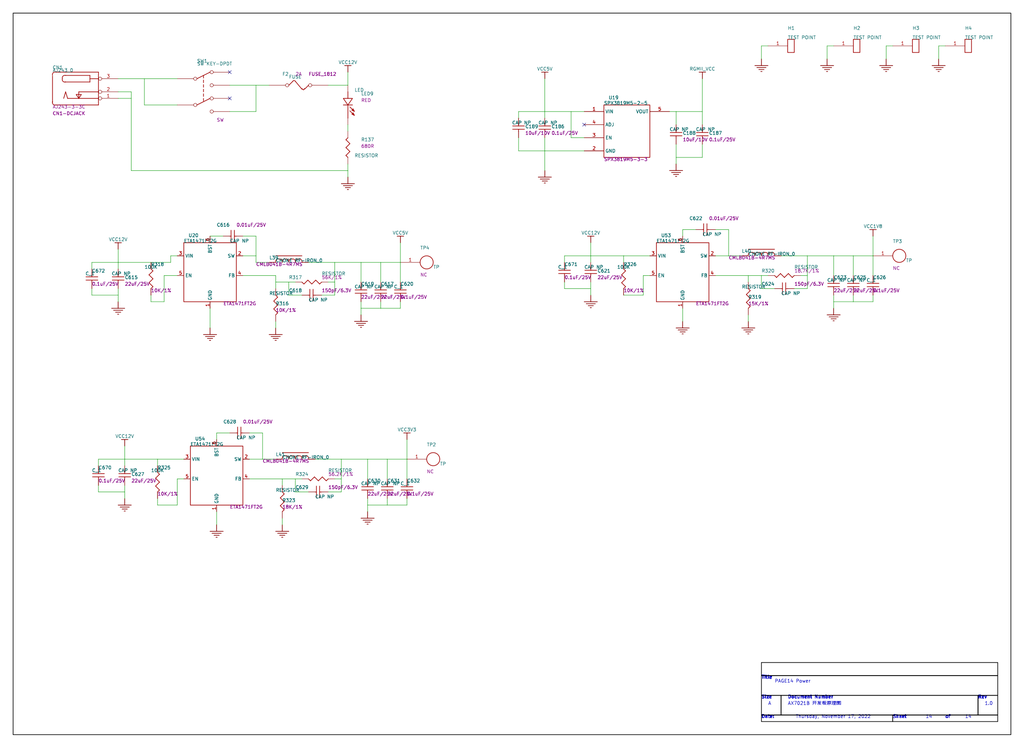
<source format=kicad_sch>
(kicad_sch (version 20231120) (generator "eeschema") (generator_version "8.0")
  (paper "User" 396.24 289.56)
  (title_block (title "PAGE14 Power"))
  (no_connect (at 88.9 27.94))
  (no_connect (at 226.06 48.26))
  (no_connect (at 88.9 38.1))
  (wire (pts (xy 157.48 195.58) (xy 157.48 193.04)))
  (wire (pts (xy 101.6 167.64) (xy 96.52 167.64)))
  (wire (pts (xy 109.22 185.42) (xy 96.52 185.42)))
  (wire (pts (xy 139.7 109.22) (xy 139.7 101.6)))
  (wire (pts (xy 259.08 43.18) (xy 261.62 43.18)))
  (wire (pts (xy 228.6 101.6) (xy 228.6 99.06)))
  (wire (pts (xy 50.8 66.04) (xy 50.8 38.1)))
  (wire (pts (xy 210.82 58.42) (xy 200.66 58.42)))
  (wire (pts (xy 68.58 195.58) (xy 60.96 195.58)))
  (wire (pts (xy 271.78 48.26) (xy 271.78 43.18)))
  (wire (pts (xy 55.88 30.48) (xy 45.72 30.48)))
  (wire (pts (xy 226.06 53.34) (xy 220.98 53.34)))
  (wire (pts (xy 99.06 33.02) (xy 88.9 33.02)))
  (wire (pts (xy 322.58 119.38) (xy 322.58 116.84)))
  (wire (pts (xy 88.9 43.18) (xy 99.06 43.18)))
  (wire (pts (xy 322.58 106.68) (xy 322.58 99.06)))
  (wire (pts (xy 99.06 101.6) (xy 99.06 99.06)))
  (wire (pts (xy 218.44 111.76) (xy 218.44 109.22)))
  (wire (pts (xy 210.82 58.42) (xy 210.82 53.34)))
  (wire (pts (xy 35.56 101.6) (xy 35.56 104.14)))
  (wire (pts (xy 264.16 88.9) (xy 269.24 88.9)))
  (wire (pts (xy 121.92 177.8) (xy 132.08 177.8)))
  (wire (pts (xy 228.6 99.06) (xy 241.3 99.06)))
  (wire (pts (xy 106.68 109.22) (xy 106.68 111.76)))
  (wire (pts (xy 261.62 60.96) (xy 261.62 55.88)))
  (wire (pts (xy 228.6 109.22) (xy 228.6 111.76)))
  (wire (pts (xy 220.98 43.18) (xy 226.06 43.18)))
  (wire (pts (xy 129.54 114.3) (xy 129.54 109.22)))
  (wire (pts (xy 142.24 177.8) (xy 132.08 177.8)))
  (wire (pts (xy 271.78 55.88) (xy 271.78 60.96)))
  (wire (pts (xy 111.76 109.22) (xy 106.68 109.22)))
  (wire (pts (xy 134.62 66.04) (xy 50.8 66.04)))
  (wire (pts (xy 60.96 177.8) (xy 48.26 177.8)))
  (wire (pts (xy 139.7 121.92) (xy 139.7 119.38)))
  (wire (pts (xy 99.06 91.44) (xy 93.98 91.44)))
  (wire (pts (xy 111.76 114.3) (xy 111.76 109.22)))
  (wire (pts (xy 261.62 43.18) (xy 271.78 43.18)))
  (wire (pts (xy 322.58 99.06) (xy 312.42 99.06)))
  (wire (pts (xy 281.94 88.9) (xy 276.86 88.9)))
  (wire (pts (xy 132.08 185.42) (xy 129.54 185.42)))
  (wire (pts (xy 342.9 17.78) (xy 342.9 22.86)))
  (wire (pts (xy 38.1 177.8) (xy 38.1 180.34)))
  (wire (pts (xy 129.54 109.22) (xy 127 109.22)))
  (wire (pts (xy 330.2 99.06) (xy 337.82 99.06)))
  (wire (pts (xy 104.14 33.02) (xy 99.06 33.02)))
  (wire (pts (xy 106.68 106.68) (xy 93.98 106.68)))
  (wire (pts (xy 322.58 17.78) (xy 320.04 17.78)))
  (wire (pts (xy 289.56 124.46) (xy 289.56 121.92)))
  (wire (pts (xy 48.26 187.96) (xy 48.26 190.5)))
  (wire (pts (xy 45.72 114.3) (xy 35.56 114.3)))
  (wire (pts (xy 251.46 99.06) (xy 241.3 99.06)))
  (wire (pts (xy 307.34 111.76) (xy 312.42 111.76)))
  (wire (pts (xy 132.08 190.5) (xy 132.08 185.42)))
  (wire (pts (xy 86.36 91.44) (xy 81.28 91.44)))
  (wire (pts (xy 271.78 60.96) (xy 261.62 60.96)))
  (wire (pts (xy 99.06 99.06) (xy 99.06 91.44)))
  (wire (pts (xy 132.08 177.8) (xy 132.08 185.42)))
  (wire (pts (xy 96.52 177.8) (xy 101.6 177.8)))
  (wire (pts (xy 149.86 185.42) (xy 149.86 177.8)))
  (wire (pts (xy 289.56 109.22) (xy 289.56 106.68)))
  (wire (pts (xy 281.94 99.06) (xy 281.94 88.9)))
  (wire (pts (xy 149.86 177.8) (xy 157.48 177.8)))
  (wire (pts (xy 127 190.5) (xy 132.08 190.5)))
  (wire (pts (xy 68.58 30.48) (xy 55.88 30.48)))
  (wire (pts (xy 264.16 124.46) (xy 264.16 119.38)))
  (wire (pts (xy 157.48 185.42) (xy 157.48 177.8)))
  (wire (pts (xy 45.72 101.6) (xy 35.56 101.6)))
  (wire (pts (xy 210.82 45.72) (xy 210.82 43.18)))
  (wire (pts (xy 228.6 111.76) (xy 218.44 111.76)))
  (wire (pts (xy 71.12 177.8) (xy 60.96 177.8)))
  (wire (pts (xy 60.96 180.34) (xy 60.96 177.8)))
  (wire (pts (xy 287.02 99.06) (xy 281.94 99.06)))
  (wire (pts (xy 83.82 203.2) (xy 83.82 198.12)))
  (wire (pts (xy 220.98 53.34) (xy 220.98 43.18)))
  (wire (pts (xy 294.64 17.78) (xy 294.64 22.86)))
  (wire (pts (xy 289.56 106.68) (xy 276.86 106.68)))
  (wire (pts (xy 363.22 22.86) (xy 363.22 17.78)))
  (wire (pts (xy 104.14 101.6) (xy 99.06 101.6)))
  (wire (pts (xy 261.62 63.5) (xy 261.62 60.96)))
  (wire (pts (xy 45.72 114.3) (xy 45.72 116.84)))
  (wire (pts (xy 48.26 190.5) (xy 48.26 193.04)))
  (wire (pts (xy 322.58 99.06) (xy 330.2 99.06)))
  (wire (pts (xy 50.8 35.56) (xy 50.8 38.1)))
  (wire (pts (xy 363.22 17.78) (xy 365.76 17.78)))
  (wire (pts (xy 149.86 193.04) (xy 149.86 195.58)))
  (wire (pts (xy 228.6 111.76) (xy 228.6 114.3)))
  (wire (pts (xy 297.18 17.78) (xy 294.64 17.78)))
  (wire (pts (xy 312.42 99.06) (xy 312.42 106.68)))
  (wire (pts (xy 99.06 43.18) (xy 99.06 33.02)))
  (wire (pts (xy 228.6 93.98) (xy 228.6 99.06)))
  (wire (pts (xy 106.68 127) (xy 106.68 124.46)))
  (wire (pts (xy 134.62 27.94) (xy 134.62 33.02)))
  (wire (pts (xy 330.2 116.84) (xy 322.58 116.84)))
  (wire (pts (xy 248.92 114.3) (xy 241.3 114.3)))
  (wire (pts (xy 297.18 106.68) (xy 294.64 106.68)))
  (wire (pts (xy 142.24 198.12) (xy 142.24 195.58)))
  (wire (pts (xy 66.04 99.06) (xy 68.58 99.06)))
  (wire (pts (xy 337.82 99.06) (xy 337.82 91.44)))
  (wire (pts (xy 142.24 195.58) (xy 142.24 193.04)))
  (wire (pts (xy 330.2 114.3) (xy 330.2 116.84)))
  (wire (pts (xy 320.04 17.78) (xy 320.04 22.86)))
  (wire (pts (xy 48.26 190.5) (xy 38.1 190.5)))
  (wire (pts (xy 330.2 106.68) (xy 330.2 99.06)))
  (wire (pts (xy 312.42 111.76) (xy 312.42 106.68)))
  (wire (pts (xy 322.58 116.84) (xy 322.58 114.3)))
  (wire (pts (xy 48.26 177.8) (xy 48.26 172.72)))
  (wire (pts (xy 119.38 190.5) (xy 114.3 190.5)))
  (wire (pts (xy 154.94 109.22) (xy 154.94 101.6)))
  (wire (pts (xy 83.82 167.64) (xy 88.9 167.64)))
  (wire (pts (xy 302.26 99.06) (xy 312.42 99.06)))
  (wire (pts (xy 142.24 185.42) (xy 142.24 177.8)))
  (wire (pts (xy 251.46 106.68) (xy 248.92 106.68)))
  (wire (pts (xy 248.92 106.68) (xy 248.92 114.3)))
  (wire (pts (xy 276.86 99.06) (xy 281.94 99.06)))
  (wire (pts (xy 45.72 101.6) (xy 58.42 101.6)))
  (wire (pts (xy 294.64 111.76) (xy 294.64 106.68)))
  (wire (pts (xy 147.32 116.84) (xy 147.32 119.38)))
  (wire (pts (xy 114.3 109.22) (xy 111.76 109.22)))
  (wire (pts (xy 45.72 104.14) (xy 45.72 101.6)))
  (wire (pts (xy 157.48 177.8) (xy 157.48 170.18)))
  (wire (pts (xy 154.94 101.6) (xy 154.94 93.98)))
  (wire (pts (xy 147.32 119.38) (xy 139.7 119.38)))
  (wire (pts (xy 81.28 127) (xy 81.28 119.38)))
  (wire (pts (xy 48.26 177.8) (xy 38.1 177.8)))
  (wire (pts (xy 55.88 40.64) (xy 55.88 30.48)))
  (wire (pts (xy 142.24 177.8) (xy 149.86 177.8)))
  (wire (pts (xy 134.62 66.04) (xy 134.62 63.5)))
  (wire (pts (xy 129.54 101.6) (xy 129.54 109.22)))
  (wire (pts (xy 116.84 185.42) (xy 114.3 185.42)))
  (wire (pts (xy 312.42 106.68) (xy 309.88 106.68)))
  (wire (pts (xy 337.82 116.84) (xy 337.82 114.3)))
  (wire (pts (xy 50.8 38.1) (xy 45.72 38.1)))
  (wire (pts (xy 109.22 203.2) (xy 109.22 200.66)))
  (wire (pts (xy 261.62 48.26) (xy 261.62 43.18)))
  (wire (pts (xy 109.22 187.96) (xy 109.22 185.42)))
  (wire (pts (xy 119.38 101.6) (xy 129.54 101.6)))
  (wire (pts (xy 45.72 111.76) (xy 45.72 114.3)))
  (wire (pts (xy 294.64 106.68) (xy 289.56 106.68)))
  (wire (pts (xy 45.72 35.56) (xy 50.8 35.56)))
  (wire (pts (xy 101.6 177.8) (xy 101.6 167.64)))
  (wire (pts (xy 147.32 101.6) (xy 154.94 101.6)))
  (wire (pts (xy 149.86 195.58) (xy 157.48 195.58)))
  (wire (pts (xy 154.94 119.38) (xy 154.94 116.84)))
  (wire (pts (xy 147.32 109.22) (xy 147.32 101.6)))
  (wire (pts (xy 114.3 185.42) (xy 109.22 185.42)))
  (wire (pts (xy 58.42 101.6) (xy 66.04 101.6)))
  (wire (pts (xy 134.62 33.02) (xy 127 33.02)))
  (wire (pts (xy 226.06 58.42) (xy 210.82 58.42)))
  (wire (pts (xy 116.84 114.3) (xy 111.76 114.3)))
  (wire (pts (xy 45.72 96.52) (xy 45.72 101.6)))
  (wire (pts (xy 139.7 119.38) (xy 139.7 116.84)))
  (wire (pts (xy 58.42 116.84) (xy 58.42 114.3)))
  (wire (pts (xy 93.98 99.06) (xy 99.06 99.06)))
  (wire (pts (xy 149.86 195.58) (xy 142.24 195.58)))
  (wire (pts (xy 106.68 177.8) (xy 101.6 177.8)))
  (wire (pts (xy 68.58 40.64) (xy 55.88 40.64)))
  (wire (pts (xy 38.1 190.5) (xy 38.1 187.96)))
  (wire (pts (xy 337.82 106.68) (xy 337.82 99.06)))
  (wire (pts (xy 66.04 101.6) (xy 66.04 99.06)))
  (wire (pts (xy 35.56 114.3) (xy 35.56 111.76)))
  (wire (pts (xy 134.62 48.26) (xy 134.62 50.8)))
  (wire (pts (xy 134.62 68.58) (xy 134.62 66.04)))
  (wire (pts (xy 114.3 190.5) (xy 114.3 185.42)))
  (wire (pts (xy 345.44 17.78) (xy 342.9 17.78)))
  (wire (pts (xy 210.82 43.18) (xy 200.66 43.18)))
  (wire (pts (xy 271.78 43.18) (xy 271.78 30.48)))
  (wire (pts (xy 106.68 109.22) (xy 106.68 106.68)))
  (wire (pts (xy 241.3 99.06) (xy 241.3 101.6)))
  (wire (pts (xy 68.58 185.42) (xy 68.58 195.58)))
  (wire (pts (xy 71.12 185.42) (xy 68.58 185.42)))
  (wire (pts (xy 139.7 101.6) (xy 129.54 101.6)))
  (wire (pts (xy 60.96 195.58) (xy 60.96 193.04)))
  (wire (pts (xy 330.2 116.84) (xy 337.82 116.84)))
  (wire (pts (xy 220.98 43.18) (xy 210.82 43.18)))
  (wire (pts (xy 63.5 106.68) (xy 63.5 116.84)))
  (wire (pts (xy 147.32 119.38) (xy 154.94 119.38)))
  (wire (pts (xy 63.5 116.84) (xy 58.42 116.84)))
  (wire (pts (xy 124.46 114.3) (xy 129.54 114.3)))
  (wire (pts (xy 210.82 43.18) (xy 210.82 30.48)))
  (wire (pts (xy 83.82 170.18) (xy 83.82 167.64)))
  (wire (pts (xy 48.26 180.34) (xy 48.26 177.8)))
  (wire (pts (xy 264.16 91.44) (xy 264.16 88.9)))
  (wire (pts (xy 218.44 99.06) (xy 218.44 101.6)))
  (wire (pts (xy 228.6 99.06) (xy 218.44 99.06)))
  (wire (pts (xy 299.72 111.76) (xy 294.64 111.76)))
  (wire (pts (xy 68.58 106.68) (xy 63.5 106.68)))
  (wire (pts (xy 200.66 43.18) (xy 200.66 45.72)))
  (wire (pts (xy 139.7 101.6) (xy 147.32 101.6)))
  (wire (pts (xy 200.66 58.42) (xy 200.66 53.34)))
  (wire (pts (xy 210.82 66.04) (xy 210.82 58.42)))
  (rectangle (start 386.08 276.86) (end 345.44 279.4) (stroke (width 0.254) (color 0 0 0 1)))
  (rectangle (start 386.08 269.24) (end 378.46 276.86) (stroke (width 0.254) (color 0 0 0 1)))
  (rectangle (start 386.08 261.62) (end 294.64 269.24) (stroke (width 0.254) (color 0 0 0 1)))
  (rectangle (start 386.08 256.54) (end 294.64 261.62) (stroke (width 0.254) (color 0 0 0 1)))
  (rectangle (start 345.44 276.86) (end 294.64 279.4) (stroke (width 0.254) (color 0 0 0 1)))
  (rectangle (start 302.26 269.24) (end 294.64 276.86) (stroke (width 0.254) (color 0 0 0 1)))
  (rectangle (start 378.46 269.24) (end 302.26 276.86) (stroke (width 0.254) (color 0 0 0 1)))
  (rectangle (start 391.16 5.08) (end 5.08 284.48) (stroke (width 0.254) (color 0 0 0 1)))
  (text "Size" (at 294.64 269.24 0) (effects (font (size 1.27 1.27)) (justify left top)))
  (text "Size" (at 294.64 269.24 0) (effects (font (size 1.27 1.27)) (justify left top)))
  (text "Sheet" (at 345.44 276.86 0) (effects (font (size 1.27 1.27)) (justify left top)))
  (text "Title" (at 294.64 261.62 0) (effects (font (size 1.27 1.27)) (justify left top)))
  (text "Size" (at 294.64 269.24 0) (effects (font (size 1.27 1.27)) (justify left top)))
  (text "Title" (at 294.64 261.62 0) (effects (font (size 1.27 1.27)) (justify left top)))
  (text "Date:" (at 294.64 276.86 0) (effects (font (size 1.27 1.27)) (justify left top)))
  (text "Rev" (at 378.46 269.24 0) (effects (font (size 1.27 1.27)) (justify left top)))
  (text "Document Number" (at 304.8 269.24 0) (effects (font (size 1.27 1.27)) (justify left top)))
  (text "Document Number" (at 304.8 269.24 0) (effects (font (size 1.27 1.27)) (justify left top)))
  (text "Rev" (at 378.46 269.24 0) (effects (font (size 1.27 1.27)) (justify left top)))
  (text "Size" (at 294.64 269.24 0) (effects (font (size 1.27 1.27)) (justify left top)))
  (text "of" (at 365.76 276.86 0) (effects (font (size 1.27 1.27)) (justify left top)))
  (text "Date:" (at 294.64 276.86 0) (effects (font (size 1.27 1.27)) (justify left top)))
  (text "of" (at 365.76 276.86 0) (effects (font (size 1.27 1.27)) (justify left top)))
  (text "Title" (at 294.64 261.62 0) (effects (font (size 1.27 1.27)) (justify left top)))
  (text "Document Number" (at 304.8 269.24 0) (effects (font (size 1.27 1.27)) (justify left top)))
  (text "Sheet" (at 345.44 276.86 0) (effects (font (size 1.27 1.27)) (justify left top)))
  (text "Sheet" (at 345.44 276.86 0) (effects (font (size 1.27 1.27)) (justify left top)))
  (text "Rev" (at 378.46 269.24 0) (effects (font (size 1.27 1.27)) (justify left top)))
  (text "Document Number" (at 304.8 269.24 0) (effects (font (size 1.27 1.27)) (justify left top)))
  (text "1.0" (at 381 271.78 0) (effects (font (size 1.27 1.27)) (justify left top)))
  (text "Date:" (at 294.64 276.86 0) (effects (font (size 1.27 1.27)) (justify left top)))
  (text "Document Number" (at 304.8 269.24 0) (effects (font (size 1.27 1.27)) (justify left top)))
  (text "Rev" (at 378.46 269.24 0) (effects (font (size 1.27 1.27)) (justify left top)))
  (text "Sheet" (at 345.44 276.86 0) (effects (font (size 1.27 1.27)) (justify left top)))
  (text "Document Number" (at 304.8 269.24 0) (effects (font (size 1.27 1.27)) (justify left top)))
  (text "Sheet" (at 345.44 276.86 0) (effects (font (size 1.27 1.27)) (justify left top)))
  (text "Document Number" (at 304.8 269.24 0) (effects (font (size 1.27 1.27)) (justify left top)))
  (text "of" (at 365.76 276.86 0) (effects (font (size 1.27 1.27)) (justify left top)))
  (text "Rev" (at 378.46 269.24 0) (effects (font (size 1.27 1.27)) (justify left top)))
  (text "Title" (at 294.64 261.62 0) (effects (font (size 1.27 1.27)) (justify left top)))
  (text "Document Number" (at 304.8 269.24 0) (effects (font (size 1.27 1.27)) (justify left top)))
  (text "Date:" (at 294.64 276.86 0) (effects (font (size 1.27 1.27)) (justify left top)))
  (text "Rev" (at 378.46 269.24 0) (effects (font (size 1.27 1.27)) (justify left top)))
  (text "Sheet" (at 345.44 276.86 0) (effects (font (size 1.27 1.27)) (justify left top)))
  (text "of" (at 365.76 276.86 0) (effects (font (size 1.27 1.27)) (justify left top)))
  (text "Document Number" (at 304.8 269.24 0) (effects (font (size 1.27 1.27)) (justify left top)))
  (text "Sheet" (at 345.44 276.86 0) (effects (font (size 1.27 1.27)) (justify left top)))
  (text "of" (at 365.76 276.86 0) (effects (font (size 1.27 1.27)) (justify left top)))
  (text "Title" (at 294.64 261.62 0) (effects (font (size 1.27 1.27)) (justify left top)))
  (text "Size" (at 294.64 269.24 0) (effects (font (size 1.27 1.27)) (justify left top)))
  (text "of" (at 365.76 276.86 0) (effects (font (size 1.27 1.27)) (justify left top)))
  (text "Size" (at 294.64 269.24 0) (effects (font (size 1.27 1.27)) (justify left top)))
  (text "Title" (at 294.64 261.62 0) (effects (font (size 1.27 1.27)) (justify left top)))
  (text "Sheet" (at 345.44 276.86 0) (effects (font (size 1.27 1.27)) (justify left top)))
  (text "Sheet" (at 345.44 276.86 0) (effects (font (size 1.27 1.27)) (justify left top)))
  (text "Sheet" (at 345.44 276.86 0) (effects (font (size 1.27 1.27)) (justify left top)))
  (text "Title" (at 294.64 261.62 0) (effects (font (size 1.27 1.27)) (justify left top)))
  (text "Title" (at 294.64 261.62 0) (effects (font (size 1.27 1.27)) (justify left top)))
  (text "AX7021B 开发板原理图" (at 304.8 271.78 0) (effects (font (size 1.27 1.27)) (justify left top)))
  (text "of" (at 365.76 276.86 0) (effects (font (size 1.27 1.27)) (justify left top)))
  (text "Sheet" (at 345.44 276.86 0) (effects (font (size 1.27 1.27)) (justify left top)))
  (text "of" (at 365.76 276.86 0) (effects (font (size 1.27 1.27)) (justify left top)))
  (text "Date:" (at 294.64 276.86 0) (effects (font (size 1.27 1.27)) (justify left top)))
  (text "Title" (at 294.64 261.62 0) (effects (font (size 1.27 1.27)) (justify left top)))
  (text "Rev" (at 378.46 269.24 0) (effects (font (size 1.27 1.27)) (justify left top)))
  (text "Title" (at 294.64 261.62 0) (effects (font (size 1.27 1.27)) (justify left top)))
  (text "Date:" (at 294.64 276.86 0) (effects (font (size 1.27 1.27)) (justify left top)))
  (text "Date:" (at 294.64 276.86 0) (effects (font (size 1.27 1.27)) (justify left top)))
  (text "Size" (at 294.64 269.24 0) (effects (font (size 1.27 1.27)) (justify left top)))
  (text "Title" (at 294.64 261.62 0) (effects (font (size 1.27 1.27)) (justify left top)))
  (text "Title" (at 294.64 261.62 0) (effects (font (size 1.27 1.27)) (justify left top)))
  (text "Rev" (at 378.46 269.24 0) (effects (font (size 1.27 1.27)) (justify left top)))
  (text "Title" (at 294.64 261.62 0) (effects (font (size 1.27 1.27)) (justify left top)))
  (text "14" (at 373.38 276.86 0) (effects (font (size 1.27 1.27)) (justify left top)))
  (text "of" (at 365.76 276.86 0) (effects (font (size 1.27 1.27)) (justify left top)))
  (text "A" (at 297.18 271.78 0) (effects (font (size 1.27 1.27)) (justify left top)))
  (text "Title" (at 294.64 261.62 0) (effects (font (size 1.27 1.27)) (justify left top)))
  (text "Date:" (at 294.64 276.86 0) (effects (font (size 1.27 1.27)) (justify left top)))
  (text "Size" (at 294.64 269.24 0) (effects (font (size 1.27 1.27)) (justify left top)))
  (text "Sheet" (at 345.44 276.86 0) (effects (font (size 1.27 1.27)) (justify left top)))
  (text "Date:" (at 294.64 276.86 0) (effects (font (size 1.27 1.27)) (justify left top)))
  (text "Date:" (at 294.64 276.86 0) (effects (font (size 1.27 1.27)) (justify left top)))
  (text "Thursday, November 17, 2022" (at 307.848 276.86 0) (effects (font (size 1.27 1.27)) (justify left top)))
  (text "Size" (at 294.64 269.24 0) (effects (font (size 1.27 1.27)) (justify left top)))
  (text "Date:" (at 294.64 276.86 0) (effects (font (size 1.27 1.27)) (justify left top)))
  (text "Document Number" (at 304.8 269.24 0) (effects (font (size 1.27 1.27)) (justify left top)))
  (text "Document Number" (at 304.8 269.24 0) (effects (font (size 1.27 1.27)) (justify left top)))
  (text "Document Number" (at 304.8 269.24 0) (effects (font (size 1.27 1.27)) (justify left top)))
  (text "of" (at 365.76 276.86 0) (effects (font (size 1.27 1.27)) (justify left top)))
  (text "14" (at 358.14 276.86 0) (effects (font (size 1.27 1.27)) (justify left top)))
  (text "Size" (at 294.64 269.24 0) (effects (font (size 1.27 1.27)) (justify left top)))
  (text "of" (at 365.76 276.86 0) (effects (font (size 1.27 1.27)) (justify left top)))
  (text "of" (at 365.76 276.86 0) (effects (font (size 1.27 1.27)) (justify left top)))
  (text "Rev" (at 378.46 269.24 0) (effects (font (size 1.27 1.27)) (justify left top)))
  (text "Rev" (at 378.46 269.24 0) (effects (font (size 1.27 1.27)) (justify left top)))
  (text "Sheet" (at 345.44 276.86 0) (effects (font (size 1.27 1.27)) (justify left top)))
  (text "Document Number" (at 304.8 269.24 0) (effects (font (size 1.27 1.27)) (justify left top)))
  (text "PAGE14 Power" (at 299.72 263.144 0) (effects (font (size 1.27 1.27)) (justify left top)))
  (text "Size" (at 294.64 269.24 0) (effects (font (size 1.27 1.27)) (justify left top)))
  (text "Rev" (at 378.46 269.24 0) (effects (font (size 1.27 1.27)) (justify left top)))
  (text "Rev" (at 378.46 269.24 0) (effects (font (size 1.27 1.27)) (justify left top)))
  (text "Date:" (at 294.64 276.86 0) (effects (font (size 1.27 1.27)) (justify left top)))
  (text "Sheet" (at 345.44 276.86 0) (effects (font (size 1.27 1.27)) (justify left top)))
  (text "Size" (at 294.64 269.24 0) (effects (font (size 1.27 1.27)) (justify left top)))
  (text "Date:" (at 294.64 276.86 0) (effects (font (size 1.27 1.27)) (justify left top)))
  (text "Document Number" (at 304.8 269.24 0) (effects (font (size 1.27 1.27)) (justify left top)))
  (text "of" (at 365.76 276.86 0) (effects (font (size 1.27 1.27)) (justify left top)))
  (text "Rev" (at 378.46 269.24 0) (effects (font (size 1.27 1.27)) (justify left top)))
  (text "Size" (at 294.64 269.24 0) (effects (font (size 1.27 1.27)) (justify left top)))
  (text "Size" (at 294.64 269.24 0) (effects (font (size 1.27 1.27)) (justify left top)))
  (text "Date:" (at 294.64 276.86 0) (effects (font (size 1.27 1.27)) (justify left top)))
  (text "Rev" (at 378.46 269.24 0) (effects (font (size 1.27 1.27)) (justify left top)))
  (text "of" (at 365.76 276.86 0) (effects (font (size 1.27 1.27)) (justify left top)))
  (symbol (lib_id "getting sheets-altium-import:root_0_TEST POINT") (at 330.2 15.24 0) (unit 1)
    (property "Reference" "H2" (at 330.2 10.16 0) (effects (justify left top)))
    (property "Value" "TEST POINT" (at 330.2 15.24 0) (effects (justify left bottom)))
    (property "SYMBOL" "TEST POINT" (effects (hide yes)))
    (property "DEVICE" "TEST POINT" (effects (hide yes)))
    (property "PCB FOOTPRINT" "HOLE" (effects (hide yes)))
    (property "SOURCE PACKAGE" "TEST POINT" (effects (hide yes)))
    (property "PRIMITIVE" "DEFAULT" (effects (hide yes)))
    (property "ALTIUM_VALUE" "NC" (effects (hide yes)))
    (property "IMPLEMENTATION TYPE" "<none>" (effects (hide yes)))
    (property "POWER PINS VISIBLE" "False" (effects (hide yes)))
    (property "ADD INTO BOM" "yes" (effects (hide yes)))
    (property "CONVERT TO PCB" "yes" (effects (hide yes)))
    (property "ORIGIN FOOTPRINT" "HOLE" (effects (hide yes)))
  )
  (symbol (lib_id "getting sheets-altium-import:root_0_C_1") (at 152.4 111.76 0) (unit 1)
    (property "Reference" "C620" (at 154.94 109.22 0) (effects (justify left top)))
    (property "Value" "C_1" (at 152.4 111.76 0) (effects (justify left bottom)))
    (property "SYMBOL" "C_1" (effects (hide yes)))
    (property "DEVICE" "C_1" (effects (hide yes)))
    (property "PCB FOOTPRINT" "C0402" (effects (hide yes)))
    (property "SOURCE PACKAGE" "C_1" (effects (hide yes)))
    (property "PRIMITIVE" "DEFAULT" (effects (hide yes)))
    (property "VA" "电容" (effects (hide yes)))
    (property "PART NUMBER" "1802-00187D" (effects (hide yes)))
    (property "ALTIUM_VALUE" "0.1uF/25V" (at 154.94 114.3 0) (effects (justify left top)))
    (property "IMPLEMENTATION TYPE" "<none>" (effects (hide yes)))
    (property "POWER PINS VISIBLE" "False" (effects (hide yes)))
    (property "ADD INTO BOM" "yes" (effects (hide yes)))
    (property "CONVERT TO PCB" "yes" (effects (hide yes)))
    (property "ORIGIN FOOTPRINT" "C0402" (effects (hide yes)))
  )
  (symbol (lib_id "getting sheets-altium-import:root_0_100K") (at 238.76 104.14 0) (unit 1)
    (property "Reference" "R326" (at 241.3 101.6 0) (effects (justify left top)))
    (property "Value" "100K" (at 238.76 104.14 0) (effects (justify left bottom)))
    (property "SYMBOL" "100K" (effects (hide yes)))
    (property "DEVICE" "100K" (effects (hide yes)))
    (property "PCB FOOTPRINT" "R0402" (effects (hide yes)))
    (property "SOURCE PACKAGE" "100K" (effects (hide yes)))
    (property "PRIMITIVE" "DEFAULT" (effects (hide yes)))
    (property "VA" "电阻" (effects (hide yes)))
    (property "ALTIUM_VALUE" "10K/1%" (at 241.3 111.76 0) (effects (justify left top)))
    (property "IMPLEMENTATION TYPE" "<none>" (effects (hide yes)))
    (property "POWER PINS VISIBLE" "False" (effects (hide yes)))
    (property "MANUFACTURER" "YAGEO" (effects (hide yes)))
    (property "PART NUMBER" "RC0402JR-07100KL" (effects (hide yes)))
    (property "ADD INTO BOM" "yes" (effects (hide yes)))
    (property "CONVERT TO PCB" "yes" (effects (hide yes)))
    (property "ORIGIN FOOTPRINT" "R0402" (effects (hide yes)))
  )
  (symbol (lib_id "getting sheets-altium-import:root_2_TP") (at 167.64 104.14 0) (unit 1)
    (property "Reference" "TP4" (at 162.56 95.25 0) (effects (justify left top)))
    (property "Value" "TP" (at 167.64 104.14 0) (effects (justify left bottom)))
    (property "SYMBOL" "TP" (effects (hide yes)))
    (property "DEVICE" "TP" (effects (hide yes)))
    (property "PCB FOOTPRINT" "MARK" (effects (hide yes)))
    (property "SOURCE PACKAGE" "TP" (effects (hide yes)))
    (property "PRIMITIVE" "DEFAULT" (effects (hide yes)))
    (property "PANGO PART NUMBER" "NC_TP" (effects (hide yes)))
    (property "PART NUMBER" "NC_TP" (effects (hide yes)))
    (property "PART TYPE" "Misc" (effects (hide yes)))
    (property "ALTIUM_VALUE" "NC" (at 162.56 105.664 0) (effects (justify left top)))
    (property "IMPLEMENTATION TYPE" "<none>" (effects (hide yes)))
    (property "POWER PINS VISIBLE" "False" (effects (hide yes)))
    (property "ADD INTO BOM" "yes" (effects (hide yes)))
    (property "CONVERT TO PCB" "yes" (effects (hide yes)))
    (property "ORIGIN FOOTPRINT" "MARK" (effects (hide yes)))
  )
  (symbol (lib_id "getting sheets-altium-import:root_3_RESISTOR") (at 307.34 104.14 0) (unit 1)
    (property "Reference" "R320" (at 294.64 104.14 0) (effects (justify left top)))
    (property "Value" "RESISTOR" (at 307.34 104.14 0) (effects (justify left bottom)))
    (property "SYMBOL" "RESISTOR" (effects (hide yes)))
    (property "DEVICE" "RESISTOR" (effects (hide yes)))
    (property "PCB FOOTPRINT" "R0402" (effects (hide yes)))
    (property "SOURCE PACKAGE" "RESISTOR" (effects (hide yes)))
    (property "PRIMITIVE" "DEFAULT" (effects (hide yes)))
    (property "VA" "电阻" (effects (hide yes)))
    (property "ALTIUM_VALUE" "18.7K/1%" (at 307.34 104.14 0) (effects (justify left top)))
    (property "IMPLEMENTATION TYPE" "<none>" (effects (hide yes)))
    (property "POWER PINS VISIBLE" "False" (effects (hide yes)))
    (property "ADD INTO BOM" "yes" (effects (hide yes)))
    (property "CONVERT TO PCB" "yes" (effects (hide yes)))
    (property "ORIGIN FOOTPRINT" "R0402" (effects (hide yes)))
  )
  (symbol (lib_id "getting sheets-altium-import:VCC3V3_BAR") (at 157.48 170.18 180) (unit 1)
    (property "Reference" "#PWR?" (effects (hide yes)))
    (property "Value" "VCC3V3" (at 157.48 166.37 0))
  )
  (symbol (lib_id "getting sheets-altium-import:root_1_CAP NP") (at 91.44 170.18 0) (unit 1)
    (property "Reference" "C628" (at 86.36 162.56 0) (effects (justify left top)))
    (property "Value" "CAP NP" (at 91.44 170.18 0) (effects (justify left bottom)))
    (property "SYMBOL" "CAP NP" (effects (hide yes)))
    (property "DEVICE" "CAP NP" (effects (hide yes)))
    (property "PCB FOOTPRINT" "C0402" (effects (hide yes)))
    (property "SOURCE PACKAGE" "CAP NP" (effects (hide yes)))
    (property "PRIMITIVE" "DEFAULT" (effects (hide yes)))
    (property "VA" "电容" (effects (hide yes)))
    (property "ALTIUM_VALUE" "0.01uF/25V" (at 93.98 162.56 0) (effects (justify left top)))
    (property "IMPLEMENTATION TYPE" "<none>" (effects (hide yes)))
    (property "POWER PINS VISIBLE" "False" (effects (hide yes)))
    (property "ADD INTO BOM" "yes" (effects (hide yes)))
    (property "CONVERT TO PCB" "yes" (effects (hide yes)))
    (property "ORIGIN FOOTPRINT" "C0402" (effects (hide yes)))
  )
  (symbol (lib_id "getting sheets-altium-import:root_3_LED") (at 137.16 35.56 0) (unit 1)
    (property "Reference" "LED9" (at 139.7 35.56 0) (effects (justify left top)))
    (property "Value" "LED" (at 137.16 35.56 0) (effects (justify left bottom)))
    (property "SYMBOL" "LED" (effects (hide yes)))
    (property "DEVICE" "LED" (effects (hide yes)))
    (property "PCB FOOTPRINT" "LED0805" (effects (hide yes)))
    (property "SOURCE PACKAGE" "LED" (effects (hide yes)))
    (property "PRIMITIVE" "DEFAULT" (effects (hide yes)))
    (property "VA" "红色LED灯" (effects (hide yes)))
    (property "ALTIUM_VALUE" "RED" (at 139.7 38.1 0) (effects (justify left top)))
    (property "IMPLEMENTATION TYPE" "<none>" (effects (hide yes)))
    (property "POWER PINS VISIBLE" "False" (effects (hide yes)))
    (property "ADD INTO BOM" "yes" (effects (hide yes)))
    (property "CONVERT TO PCB" "yes" (effects (hide yes)))
    (property "ORIGIN FOOTPRINT" "LED0805" (effects (hide yes)))
  )
  (symbol (lib_id "getting sheets-altium-import:root_0_C_1") (at 215.9 104.14 0) (unit 1)
    (property "Reference" "C671" (at 218.44 101.6 0) (effects (justify left top)))
    (property "Value" "C_1" (at 215.9 104.14 0) (effects (justify left bottom)))
    (property "SYMBOL" "C_1" (effects (hide yes)))
    (property "DEVICE" "C_1" (effects (hide yes)))
    (property "PCB FOOTPRINT" "C0402" (effects (hide yes)))
    (property "SOURCE PACKAGE" "C_1" (effects (hide yes)))
    (property "PRIMITIVE" "DEFAULT" (effects (hide yes)))
    (property "VA" "电容" (effects (hide yes)))
    (property "PART NUMBER" "1802-00187D" (effects (hide yes)))
    (property "ALTIUM_VALUE" "0.1uF/25V" (at 218.44 106.68 0) (effects (justify left top)))
    (property "IMPLEMENTATION TYPE" "<none>" (effects (hide yes)))
    (property "POWER PINS VISIBLE" "False" (effects (hide yes)))
    (property "ADD INTO BOM" "yes" (effects (hide yes)))
    (property "CONVERT TO PCB" "yes" (effects (hide yes)))
    (property "ORIGIN FOOTPRINT" "C0402" (effects (hide yes)))
  )
  (symbol (lib_id "getting sheets-altium-import:VCC12V_BAR") (at 228.6 93.98 180) (unit 1)
    (property "Reference" "#PWR?" (effects (hide yes)))
    (property "Value" "VCC12V" (at 228.6 90.17 0))
  )
  (symbol (lib_id "getting sheets-altium-import:root_0_CAP NP") (at 43.18 106.68 0) (unit 1)
    (property "Reference" "C615" (at 48.26 106.68 0) (effects (justify left top)))
    (property "Value" "CAP NP" (at 43.18 106.68 0) (effects (justify left bottom)))
    (property "SYMBOL" "CAP NP" (effects (hide yes)))
    (property "DEVICE" "CAP NP" (effects (hide yes)))
    (property "PCB FOOTPRINT" "C0805" (effects (hide yes)))
    (property "SOURCE PACKAGE" "CAP NP" (effects (hide yes)))
    (property "PRIMITIVE" "DEFAULT" (effects (hide yes)))
    (property "VA" "电容" (effects (hide yes)))
    (property "ALTIUM_VALUE" "22uF/25V" (at 48.26 109.22 0) (effects (justify left top)))
    (property "IMPLEMENTATION TYPE" "<none>" (effects (hide yes)))
    (property "POWER PINS VISIBLE" "False" (effects (hide yes)))
    (property "ADD INTO BOM" "yes" (effects (hide yes)))
    (property "CONVERT TO PCB" "yes" (effects (hide yes)))
    (property "ORIGIN FOOTPRINT" "C0805" (effects (hide yes)))
  )
  (symbol (lib_id "getting sheets-altium-import:GND_POWER_GROUND") (at 261.62 63.5 0) (unit 1)
    (property "Reference" "#PWR?" (effects (hide yes)))
    (property "Value" "GND" (effects (hide yes)))
  )
  (symbol (lib_id "getting sheets-altium-import:root_2_RESISTOR") (at 137.16 60.96 0) (unit 1)
    (property "Reference" "R137" (at 139.7 53.34 0) (effects (justify left top)))
    (property "Value" "RESISTOR" (at 137.16 60.96 0) (effects (justify left bottom)))
    (property "SYMBOL" "RESISTOR" (effects (hide yes)))
    (property "DEVICE" "RESISTOR" (effects (hide yes)))
    (property "PCB FOOTPRINT" "R0402" (effects (hide yes)))
    (property "SOURCE PACKAGE" "RESISTOR" (effects (hide yes)))
    (property "PRIMITIVE" "DEFAULT" (effects (hide yes)))
    (property "VA" "电阻" (effects (hide yes)))
    (property "ALTIUM_VALUE" "680R" (at 139.7 55.88 0) (effects (justify left top)))
    (property "IMPLEMENTATION TYPE" "<none>" (effects (hide yes)))
    (property "POWER PINS VISIBLE" "False" (effects (hide yes)))
    (property "ADD INTO BOM" "yes" (effects (hide yes)))
    (property "CONVERT TO PCB" "yes" (effects (hide yes)))
    (property "ORIGIN FOOTPRINT" "R0402" (effects (hide yes)))
  )
  (symbol (lib_id "getting sheets-altium-import:root_0_C_1") (at 154.94 187.96 0) (unit 1)
    (property "Reference" "C632" (at 157.48 185.42 0) (effects (justify left top)))
    (property "Value" "C_1" (at 154.94 187.96 0) (effects (justify left bottom)))
    (property "SYMBOL" "C_1" (effects (hide yes)))
    (property "DEVICE" "C_1" (effects (hide yes)))
    (property "PCB FOOTPRINT" "C0402" (effects (hide yes)))
    (property "SOURCE PACKAGE" "C_1" (effects (hide yes)))
    (property "PRIMITIVE" "DEFAULT" (effects (hide yes)))
    (property "VA" "电容" (effects (hide yes)))
    (property "PART NUMBER" "1802-00187D" (effects (hide yes)))
    (property "ALTIUM_VALUE" "0.1uF/25V" (at 157.48 190.5 0) (effects (justify left top)))
    (property "IMPLEMENTATION TYPE" "<none>" (effects (hide yes)))
    (property "POWER PINS VISIBLE" "False" (effects (hide yes)))
    (property "ADD INTO BOM" "yes" (effects (hide yes)))
    (property "CONVERT TO PCB" "yes" (effects (hide yes)))
    (property "ORIGIN FOOTPRINT" "C0402" (effects (hide yes)))
  )
  (symbol (lib_id "getting sheets-altium-import:VCC1V8_BAR") (at 337.82 91.44 180) (unit 1)
    (property "Reference" "#PWR?" (effects (hide yes)))
    (property "Value" "VCC1V8" (at 337.82 87.63 0))
  )
  (symbol (lib_id "getting sheets-altium-import:GND_POWER_GROUND") (at 264.16 124.46 0) (unit 1)
    (property "Reference" "#PWR?" (effects (hide yes)))
    (property "Value" "GND" (effects (hide yes)))
  )
  (symbol (lib_id "getting sheets-altium-import:root_0_CAP NP") (at 144.78 111.76 0) (unit 1)
    (property "Reference" "C617" (at 147.32 109.22 0) (effects (justify left top)))
    (property "Value" "CAP NP" (at 144.78 111.76 0) (effects (justify left bottom)))
    (property "SYMBOL" "CAP NP" (effects (hide yes)))
    (property "DEVICE" "CAP NP" (effects (hide yes)))
    (property "PCB FOOTPRINT" "C0805" (effects (hide yes)))
    (property "SOURCE PACKAGE" "CAP NP" (effects (hide yes)))
    (property "PRIMITIVE" "DEFAULT" (effects (hide yes)))
    (property "VA" "电容" (effects (hide yes)))
    (property "ALTIUM_VALUE" "22uF/25V" (at 147.32 114.3 0) (effects (justify left top)))
    (property "IMPLEMENTATION TYPE" "<none>" (effects (hide yes)))
    (property "POWER PINS VISIBLE" "False" (effects (hide yes)))
    (property "ADD INTO BOM" "yes" (effects (hide yes)))
    (property "CONVERT TO PCB" "yes" (effects (hide yes)))
    (property "ORIGIN FOOTPRINT" "C0805" (effects (hide yes)))
  )
  (symbol (lib_id "getting sheets-altium-import:GND_POWER_GROUND") (at 342.9 22.86 0) (unit 1)
    (property "Reference" "#PWR?" (effects (hide yes)))
    (property "Value" "GND" (effects (hide yes)))
  )
  (symbol (lib_id "getting sheets-altium-import:root_1_CAP NP") (at 302.26 114.3 0) (unit 1)
    (property "Reference" "C624" (at 294.64 109.22 0) (effects (justify left top)))
    (property "Value" "CAP NP" (at 302.26 114.3 0) (effects (justify left bottom)))
    (property "SYMBOL" "CAP NP" (effects (hide yes)))
    (property "DEVICE" "CAP NP" (effects (hide yes)))
    (property "PCB FOOTPRINT" "C0402" (effects (hide yes)))
    (property "SOURCE PACKAGE" "CAP NP" (effects (hide yes)))
    (property "PRIMITIVE" "DEFAULT" (effects (hide yes)))
    (property "VA" "电容" (effects (hide yes)))
    (property "ALTIUM_VALUE" "150pF/6.3V" (at 307.34 109.22 0) (effects (justify left top)))
    (property "IMPLEMENTATION TYPE" "<none>" (effects (hide yes)))
    (property "POWER PINS VISIBLE" "False" (effects (hide yes)))
    (property "ADD INTO BOM" "yes" (effects (hide yes)))
    (property "CONVERT TO PCB" "yes" (effects (hide yes)))
    (property "ORIGIN FOOTPRINT" "C0402" (effects (hide yes)))
  )
  (symbol (lib_id "getting sheets-altium-import:GND_POWER_GROUND") (at 320.04 22.86 0) (unit 1)
    (property "Reference" "#PWR?" (effects (hide yes)))
    (property "Value" "GND" (effects (hide yes)))
  )
  (symbol (lib_id "getting sheets-altium-import:root_0_CAP NP") (at 259.08 50.8 0) (unit 1)
    (property "Reference" "C188" (at 264.16 50.8 0) (effects (justify left top)))
    (property "Value" "CAP NP" (at 259.08 50.8 0) (effects (justify left bottom)))
    (property "SYMBOL" "CAP NP" (effects (hide yes)))
    (property "DEVICE" "CAP NP" (effects (hide yes)))
    (property "PCB FOOTPRINT" "C0603" (effects (hide yes)))
    (property "SOURCE PACKAGE" "CAP NP" (effects (hide yes)))
    (property "PRIMITIVE" "DEFAULT" (effects (hide yes)))
    (property "VA" "电容" (effects (hide yes)))
    (property "ALTIUM_VALUE" "10uF/10V" (at 264.16 53.34 0) (effects (justify left top)))
    (property "IMPLEMENTATION TYPE" "<none>" (effects (hide yes)))
    (property "POWER PINS VISIBLE" "False" (effects (hide yes)))
    (property "ADD INTO BOM" "yes" (effects (hide yes)))
    (property "CONVERT TO PCB" "yes" (effects (hide yes)))
    (property "ORIGIN FOOTPRINT" "C0603" (effects (hide yes)))
  )
  (symbol (lib_id "getting sheets-altium-import:GND_POWER_GROUND") (at 322.58 119.38 0) (unit 1)
    (property "Reference" "#PWR?" (effects (hide yes)))
    (property "Value" "GND" (effects (hide yes)))
  )
  (symbol (lib_id "getting sheets-altium-import:GND_POWER_GROUND") (at 48.26 193.04 0) (unit 1)
    (property "Reference" "#PWR?" (effects (hide yes)))
    (property "Value" "GND" (effects (hide yes)))
  )
  (symbol (lib_id "getting sheets-altium-import:root_0_C_1") (at 335.28 109.22 0) (unit 1)
    (property "Reference" "C626" (at 337.82 106.68 0) (effects (justify left top)))
    (property "Value" "C_1" (at 335.28 109.22 0) (effects (justify left bottom)))
    (property "SYMBOL" "C_1" (effects (hide yes)))
    (property "DEVICE" "C_1" (effects (hide yes)))
    (property "PCB FOOTPRINT" "C0402" (effects (hide yes)))
    (property "SOURCE PACKAGE" "C_1" (effects (hide yes)))
    (property "PRIMITIVE" "DEFAULT" (effects (hide yes)))
    (property "VA" "电容" (effects (hide yes)))
    (property "PART NUMBER" "1802-00187D" (effects (hide yes)))
    (property "ALTIUM_VALUE" "0.1uF/25V" (at 337.82 111.76 0) (effects (justify left top)))
    (property "IMPLEMENTATION TYPE" "<none>" (effects (hide yes)))
    (property "POWER PINS VISIBLE" "False" (effects (hide yes)))
    (property "ADD INTO BOM" "yes" (effects (hide yes)))
    (property "CONVERT TO PCB" "yes" (effects (hide yes)))
    (property "ORIGIN FOOTPRINT" "C0402" (effects (hide yes)))
  )
  (symbol (lib_id "getting sheets-altium-import:root_0_CAP NP") (at 226.06 104.14 0) (unit 1)
    (property "Reference" "C621" (at 231.14 104.14 0) (effects (justify left top)))
    (property "Value" "CAP NP" (at 226.06 104.14 0) (effects (justify left bottom)))
    (property "SYMBOL" "CAP NP" (effects (hide yes)))
    (property "DEVICE" "CAP NP" (effects (hide yes)))
    (property "PCB FOOTPRINT" "C0805" (effects (hide yes)))
    (property "SOURCE PACKAGE" "CAP NP" (effects (hide yes)))
    (property "PRIMITIVE" "DEFAULT" (effects (hide yes)))
    (property "VA" "电容" (effects (hide yes)))
    (property "ALTIUM_VALUE" "22uF/25V" (at 231.14 106.68 0) (effects (justify left top)))
    (property "IMPLEMENTATION TYPE" "<none>" (effects (hide yes)))
    (property "POWER PINS VISIBLE" "False" (effects (hide yes)))
    (property "ADD INTO BOM" "yes" (effects (hide yes)))
    (property "CONVERT TO PCB" "yes" (effects (hide yes)))
    (property "ORIGIN FOOTPRINT" "C0805" (effects (hide yes)))
  )
  (symbol (lib_id "getting sheets-altium-import:GND_POWER_GROUND") (at 228.6 114.3 0) (unit 1)
    (property "Reference" "#PWR?" (effects (hide yes)))
    (property "Value" "GND" (effects (hide yes)))
  )
  (symbol (lib_id "getting sheets-altium-import:root_0_SW KEY-DPDT") (at 76.2 25.4 0) (unit 1)
    (property "Reference" "SW1" (at 76.2 22.86 0) (effects (justify left top)))
    (property "Value" "SW KEY-DPDT" (at 76.2 25.4 0) (effects (justify left bottom)))
    (property "SYMBOL" "SW KEY-DPDT" (effects (hide yes)))
    (property "DEVICE" "SW KEY-DPDT" (effects (hide yes)))
    (property "PCB FOOTPRINT" "KEY_DPDT" (effects (hide yes)))
    (property "SOURCE PACKAGE" "SW KEY-DPDT" (effects (hide yes)))
    (property "PRIMITIVE" "DEFAULT" (effects (hide yes)))
    (property "VA" "6脚电源开关" (effects (hide yes)))
    (property "ALTIUM_VALUE" "SW" (at 83.82 45.72 0) (effects (justify left top)))
    (property "IMPLEMENTATION TYPE" "<none>" (effects (hide yes)))
    (property "POWER PINS VISIBLE" "False" (effects (hide yes)))
    (property "ADD INTO BOM" "yes" (effects (hide yes)))
    (property "CONVERT TO PCB" "yes" (effects (hide yes)))
    (property "ORIGIN FOOTPRINT" "KEY_DPDT" (effects (hide yes)))
  )
  (symbol (lib_id "getting sheets-altium-import:root_0_C_1") (at 33.02 106.68 0) (unit 1)
    (property "Reference" "C672" (at 35.56 104.14 0) (effects (justify left top)))
    (property "Value" "C_1" (at 33.02 106.68 0) (effects (justify left bottom)))
    (property "SYMBOL" "C_1" (effects (hide yes)))
    (property "DEVICE" "C_1" (effects (hide yes)))
    (property "PCB FOOTPRINT" "C0402" (effects (hide yes)))
    (property "SOURCE PACKAGE" "C_1" (effects (hide yes)))
    (property "PRIMITIVE" "DEFAULT" (effects (hide yes)))
    (property "VA" "电容" (effects (hide yes)))
    (property "PART NUMBER" "1802-00187D" (effects (hide yes)))
    (property "ALTIUM_VALUE" "0.1uF/25V" (at 35.56 109.22 0) (effects (justify left top)))
    (property "IMPLEMENTATION TYPE" "<none>" (effects (hide yes)))
    (property "POWER PINS VISIBLE" "False" (effects (hide yes)))
    (property "ADD INTO BOM" "yes" (effects (hide yes)))
    (property "CONVERT TO PCB" "yes" (effects (hide yes)))
    (property "ORIGIN FOOTPRINT" "C0402" (effects (hide yes)))
  )
  (symbol (lib_id "getting sheets-altium-import:VCC5V_BAR") (at 154.94 93.98 180) (unit 1)
    (property "Reference" "#PWR?" (effects (hide yes)))
    (property "Value" "VCC5V" (at 154.94 90.17 0))
  )
  (symbol (lib_id "getting sheets-altium-import:root_2_TP") (at 350.52 101.6 0) (unit 1)
    (property "Reference" "TP3" (at 345.44 92.71 0) (effects (justify left top)))
    (property "Value" "TP" (at 350.52 101.6 0) (effects (justify left bottom)))
    (property "SYMBOL" "TP" (effects (hide yes)))
    (property "DEVICE" "TP" (effects (hide yes)))
    (property "PCB FOOTPRINT" "MARK" (effects (hide yes)))
    (property "SOURCE PACKAGE" "TP" (effects (hide yes)))
    (property "PRIMITIVE" "DEFAULT" (effects (hide yes)))
    (property "PANGO PART NUMBER" "NC_TP" (effects (hide yes)))
    (property "PART NUMBER" "NC_TP" (effects (hide yes)))
    (property "PART TYPE" "Misc" (effects (hide yes)))
    (property "ALTIUM_VALUE" "NC" (at 345.44 103.124 0) (effects (justify left top)))
    (property "IMPLEMENTATION TYPE" "<none>" (effects (hide yes)))
    (property "POWER PINS VISIBLE" "False" (effects (hide yes)))
    (property "ADD INTO BOM" "yes" (effects (hide yes)))
    (property "CONVERT TO PCB" "yes" (effects (hide yes)))
    (property "ORIGIN FOOTPRINT" "MARK" (effects (hide yes)))
  )
  (symbol (lib_id "getting sheets-altium-import:root_0_ETA1471FT2G") (at 71.12 93.98 0) (unit 1)
    (property "Reference" "U20" (at 72.898 90.424 0) (effects (justify left top)))
    (property "Value" "ETA1471FT2G" (at 71.12 93.98 0) (effects (justify left bottom)))
    (property "SYMBOL" "ETA1471FT2G" (effects (hide yes)))
    (property "DEVICE" "ETA1471FT2G" (effects (hide yes)))
    (property "PCB FOOTPRINT" "SOT23-6" (effects (hide yes)))
    (property "SOURCE PACKAGE" "ETA1471FT2G" (effects (hide yes)))
    (property "PRIMITIVE" "DEFAULT" (effects (hide yes)))
    (property "VA" "芯片" (effects (hide yes)))
    (property "ALTIUM_VALUE" "ETA1471FT2G" (at 86.36 116.84 0) (effects (justify left top)))
    (property "IMPLEMENTATION TYPE" "<none>" (effects (hide yes)))
    (property "POWER PINS VISIBLE" "False" (effects (hide yes)))
    (property "ADD INTO BOM" "yes" (effects (hide yes)))
    (property "CONVERT TO PCB" "yes" (effects (hide yes)))
    (property "ORIGIN FOOTPRINT" "SOT23-6" (effects (hide yes)))
  )
  (symbol (lib_id "getting sheets-altium-import:root_0_TEST POINT") (at 373.38 15.24 0) (unit 1)
    (property "Reference" "H4" (at 373.38 10.16 0) (effects (justify left top)))
    (property "Value" "TEST POINT" (at 373.38 15.24 0) (effects (justify left bottom)))
    (property "SYMBOL" "TEST POINT" (effects (hide yes)))
    (property "DEVICE" "TEST POINT" (effects (hide yes)))
    (property "PCB FOOTPRINT" "HOLE" (effects (hide yes)))
    (property "SOURCE PACKAGE" "TEST POINT" (effects (hide yes)))
    (property "PRIMITIVE" "DEFAULT" (effects (hide yes)))
    (property "ALTIUM_VALUE" "NC" (effects (hide yes)))
    (property "IMPLEMENTATION TYPE" "<none>" (effects (hide yes)))
    (property "POWER PINS VISIBLE" "False" (effects (hide yes)))
    (property "ADD INTO BOM" "yes" (effects (hide yes)))
    (property "CONVERT TO PCB" "yes" (effects (hide yes)))
    (property "ORIGIN FOOTPRINT" "HOLE" (effects (hide yes)))
  )
  (symbol (lib_id "getting sheets-altium-import:GND_POWER_GROUND") (at 106.68 127 0) (unit 1)
    (property "Reference" "#PWR?" (effects (hide yes)))
    (property "Value" "GND" (effects (hide yes)))
  )
  (symbol (lib_id "getting sheets-altium-import:VCC12V_BAR") (at 134.62 27.94 180) (unit 1)
    (property "Reference" "#PWR?" (effects (hide yes)))
    (property "Value" "VCC12V" (at 134.62 24.13 0))
  )
  (symbol (lib_id "getting sheets-altium-import:root_0_TEST POINT") (at 353.06 15.24 0) (unit 1)
    (property "Reference" "H3" (at 353.06 10.16 0) (effects (justify left top)))
    (property "Value" "TEST POINT" (at 353.06 15.24 0) (effects (justify left bottom)))
    (property "SYMBOL" "TEST POINT" (effects (hide yes)))
    (property "DEVICE" "TEST POINT" (effects (hide yes)))
    (property "PCB FOOTPRINT" "HOLE" (effects (hide yes)))
    (property "SOURCE PACKAGE" "TEST POINT" (effects (hide yes)))
    (property "PRIMITIVE" "DEFAULT" (effects (hide yes)))
    (property "ALTIUM_VALUE" "NC" (effects (hide yes)))
    (property "IMPLEMENTATION TYPE" "<none>" (effects (hide yes)))
    (property "POWER PINS VISIBLE" "False" (effects (hide yes)))
    (property "ADD INTO BOM" "yes" (effects (hide yes)))
    (property "CONVERT TO PCB" "yes" (effects (hide yes)))
    (property "ORIGIN FOOTPRINT" "HOLE" (effects (hide yes)))
  )
  (symbol (lib_id "getting sheets-altium-import:root_0_ETA1471FT2G") (at 254 93.98 0) (unit 1)
    (property "Reference" "U53" (at 255.778 90.424 0) (effects (justify left top)))
    (property "Value" "ETA1471FT2G" (at 254 93.98 0) (effects (justify left bottom)))
    (property "SYMBOL" "ETA1471FT2G" (effects (hide yes)))
    (property "DEVICE" "ETA1471FT2G" (effects (hide yes)))
    (property "PCB FOOTPRINT" "SOT23-6" (effects (hide yes)))
    (property "SOURCE PACKAGE" "ETA1471FT2G" (effects (hide yes)))
    (property "PRIMITIVE" "DEFAULT" (effects (hide yes)))
    (property "VA" "芯片" (effects (hide yes)))
    (property "ALTIUM_VALUE" "ETA1471FT2G" (at 269.24 116.84 0) (effects (justify left top)))
    (property "IMPLEMENTATION TYPE" "<none>" (effects (hide yes)))
    (property "POWER PINS VISIBLE" "False" (effects (hide yes)))
    (property "ADD INTO BOM" "yes" (effects (hide yes)))
    (property "CONVERT TO PCB" "yes" (effects (hide yes)))
    (property "ORIGIN FOOTPRINT" "SOT23-6" (effects (hide yes)))
  )
  (symbol (lib_id "getting sheets-altium-import:root_0_100K") (at 58.42 182.88 0) (unit 1)
    (property "Reference" "R325" (at 60.96 180.34 0) (effects (justify left top)))
    (property "Value" "100K" (at 58.42 182.88 0) (effects (justify left bottom)))
    (property "SYMBOL" "100K" (effects (hide yes)))
    (property "DEVICE" "100K" (effects (hide yes)))
    (property "PCB FOOTPRINT" "R0402" (effects (hide yes)))
    (property "SOURCE PACKAGE" "100K" (effects (hide yes)))
    (property "PRIMITIVE" "DEFAULT" (effects (hide yes)))
    (property "VA" "电阻" (effects (hide yes)))
    (property "ALTIUM_VALUE" "10K/1%" (at 60.96 190.5 0) (effects (justify left top)))
    (property "IMPLEMENTATION TYPE" "<none>" (effects (hide yes)))
    (property "POWER PINS VISIBLE" "False" (effects (hide yes)))
    (property "MANUFACTURER" "YAGEO" (effects (hide yes)))
    (property "PART NUMBER" "RC0402JR-07100KL" (effects (hide yes)))
    (property "ADD INTO BOM" "yes" (effects (hide yes)))
    (property "CONVERT TO PCB" "yes" (effects (hide yes)))
    (property "ORIGIN FOOTPRINT" "R0402" (effects (hide yes)))
  )
  (symbol (lib_id "getting sheets-altium-import:GND_POWER_GROUND") (at 294.64 22.86 0) (unit 1)
    (property "Reference" "#PWR?" (effects (hide yes)))
    (property "Value" "GND" (effects (hide yes)))
  )
  (symbol (lib_id "getting sheets-altium-import:root_0_CAP NP") (at 198.12 48.26 0) (unit 1)
    (property "Reference" "C189" (at 203.2 48.26 0) (effects (justify left top)))
    (property "Value" "CAP NP" (at 198.12 48.26 0) (effects (justify left bottom)))
    (property "SYMBOL" "CAP NP" (effects (hide yes)))
    (property "DEVICE" "CAP NP" (effects (hide yes)))
    (property "PCB FOOTPRINT" "C0603" (effects (hide yes)))
    (property "SOURCE PACKAGE" "CAP NP" (effects (hide yes)))
    (property "PRIMITIVE" "DEFAULT" (effects (hide yes)))
    (property "VA" "电容" (effects (hide yes)))
    (property "ALTIUM_VALUE" "10uF/10V" (at 203.2 50.8 0) (effects (justify left top)))
    (property "IMPLEMENTATION TYPE" "<none>" (effects (hide yes)))
    (property "POWER PINS VISIBLE" "False" (effects (hide yes)))
    (property "ADD INTO BOM" "yes" (effects (hide yes)))
    (property "CONVERT TO PCB" "yes" (effects (hide yes)))
    (property "ORIGIN FOOTPRINT" "C0603" (effects (hide yes)))
  )
  (symbol (lib_id "getting sheets-altium-import:root_0_RESISTOR") (at 104.14 114.3 0) (unit 1)
    (property "Reference" "R316" (at 106.68 116.84 0) (effects (justify left top)))
    (property "Value" "RESISTOR" (at 104.14 114.3 0) (effects (justify left bottom)))
    (property "SYMBOL" "RESISTOR" (effects (hide yes)))
    (property "DEVICE" "RESISTOR" (effects (hide yes)))
    (property "PCB FOOTPRINT" "R0402" (effects (hide yes)))
    (property "SOURCE PACKAGE" "RESISTOR" (effects (hide yes)))
    (property "PRIMITIVE" "DEFAULT" (effects (hide yes)))
    (property "VA" "电阻" (effects (hide yes)))
    (property "ALTIUM_VALUE" "10K/1%" (at 106.68 119.38 0) (effects (justify left top)))
    (property "IMPLEMENTATION TYPE" "<none>" (effects (hide yes)))
    (property "POWER PINS VISIBLE" "False" (effects (hide yes)))
    (property "ADD INTO BOM" "yes" (effects (hide yes)))
    (property "CONVERT TO PCB" "yes" (effects (hide yes)))
    (property "ORIGIN FOOTPRINT" "R0402" (effects (hide yes)))
  )
  (symbol (lib_id "getting sheets-altium-import:VCC5V_BAR") (at 210.82 30.48 180) (unit 1)
    (property "Reference" "#PWR?" (effects (hide yes)))
    (property "Value" "VCC5V" (at 210.82 26.67 0))
  )
  (symbol (lib_id "getting sheets-altium-import:root_3_RESISTOR") (at 127 182.88 0) (unit 1)
    (property "Reference" "R324" (at 114.3 182.88 0) (effects (justify left top)))
    (property "Value" "RESISTOR" (at 127 182.88 0) (effects (justify left bottom)))
    (property "SYMBOL" "RESISTOR" (effects (hide yes)))
    (property "DEVICE" "RESISTOR" (effects (hide yes)))
    (property "PCB FOOTPRINT" "R0402" (effects (hide yes)))
    (property "SOURCE PACKAGE" "RESISTOR" (effects (hide yes)))
    (property "PRIMITIVE" "DEFAULT" (effects (hide yes)))
    (property "VA" "电阻" (effects (hide yes)))
    (property "ALTIUM_VALUE" "56.2K/1%" (at 127 182.88 0) (effects (justify left top)))
    (property "IMPLEMENTATION TYPE" "<none>" (effects (hide yes)))
    (property "POWER PINS VISIBLE" "False" (effects (hide yes)))
    (property "ADD INTO BOM" "yes" (effects (hide yes)))
    (property "CONVERT TO PCB" "yes" (effects (hide yes)))
    (property "ORIGIN FOOTPRINT" "R0402" (effects (hide yes)))
  )
  (symbol (lib_id "getting sheets-altium-import:root_0_SPX3819M5-2-5") (at 233.68 40.64 0) (unit 1)
    (property "Reference" "U19" (at 235.458 37.084 0) (effects (justify left top)))
    (property "Value" "SPX3819M5-2-5" (at 233.68 40.64 0) (effects (justify left bottom)))
    (property "SYMBOL" "SPX3819M5-2-5" (effects (hide yes)))
    (property "DEVICE" "SPX3819M5-2-5" (effects (hide yes)))
    (property "PCB FOOTPRINT" "SOT-23-5" (effects (hide yes)))
    (property "SOURCE PACKAGE" "SPX3819M5-2-5" (effects (hide yes)))
    (property "PRIMITIVE" "DEFAULT" (effects (hide yes)))
    (property "VA" "电源芯片" (effects (hide yes)))
    (property "ALTIUM_VALUE" "SPX3819M5-3-3" (at 233.68 60.96 0) (effects (justify left top)))
    (property "IMPLEMENTATION TYPE" "<none>" (effects (hide yes)))
    (property "POWER PINS VISIBLE" "False" (effects (hide yes)))
    (property "ADD INTO BOM" "yes" (effects (hide yes)))
    (property "CONVERT TO PCB" "yes" (effects (hide yes)))
    (property "ORIGIN FOOTPRINT" "SOT-23-5" (effects (hide yes)))
  )
  (symbol (lib_id "getting sheets-altium-import:root_0_CAP NP") (at 208.28 48.26 0) (unit 1)
    (property "Reference" "C186" (at 213.36 48.26 0) (effects (justify left top)))
    (property "Value" "CAP NP" (at 208.28 48.26 0) (effects (justify left bottom)))
    (property "SYMBOL" "CAP NP" (effects (hide yes)))
    (property "DEVICE" "CAP NP" (effects (hide yes)))
    (property "PCB FOOTPRINT" "C0402" (effects (hide yes)))
    (property "SOURCE PACKAGE" "CAP NP" (effects (hide yes)))
    (property "PRIMITIVE" "DEFAULT" (effects (hide yes)))
    (property "VA" "电容" (effects (hide yes)))
    (property "ALTIUM_VALUE" "0.1uF/25V" (at 213.36 50.8 0) (effects (justify left top)))
    (property "IMPLEMENTATION TYPE" "<none>" (effects (hide yes)))
    (property "POWER PINS VISIBLE" "False" (effects (hide yes)))
    (property "ADD INTO BOM" "yes" (effects (hide yes)))
    (property "CONVERT TO PCB" "yes" (effects (hide yes)))
    (property "ORIGIN FOOTPRINT" "C0402" (effects (hide yes)))
  )
  (symbol (lib_id "getting sheets-altium-import:root_0_TEST POINT") (at 304.8 15.24 0) (unit 1)
    (property "Reference" "H1" (at 304.8 10.16 0) (effects (justify left top)))
    (property "Value" "TEST POINT" (at 304.8 15.24 0) (effects (justify left bottom)))
    (property "SYMBOL" "TEST POINT" (effects (hide yes)))
    (property "DEVICE" "TEST POINT" (effects (hide yes)))
    (property "PCB FOOTPRINT" "HOLE" (effects (hide yes)))
    (property "SOURCE PACKAGE" "TEST POINT" (effects (hide yes)))
    (property "PRIMITIVE" "DEFAULT" (effects (hide yes)))
    (property "ALTIUM_VALUE" "NC" (effects (hide yes)))
    (property "IMPLEMENTATION TYPE" "<none>" (effects (hide yes)))
    (property "POWER PINS VISIBLE" "False" (effects (hide yes)))
    (property "ADD INTO BOM" "yes" (effects (hide yes)))
    (property "CONVERT TO PCB" "yes" (effects (hide yes)))
    (property "ORIGIN FOOTPRINT" "HOLE" (effects (hide yes)))
  )
  (symbol (lib_id "getting sheets-altium-import:root_3_RESISTOR") (at 124.46 106.68 0) (unit 1)
    (property "Reference" "R317" (at 111.76 106.68 0) (effects (justify left top)))
    (property "Value" "RESISTOR" (at 124.46 106.68 0) (effects (justify left bottom)))
    (property "SYMBOL" "RESISTOR" (effects (hide yes)))
    (property "DEVICE" "RESISTOR" (effects (hide yes)))
    (property "PCB FOOTPRINT" "R0402" (effects (hide yes)))
    (property "SOURCE PACKAGE" "RESISTOR" (effects (hide yes)))
    (property "PRIMITIVE" "DEFAULT" (effects (hide yes)))
    (property "VA" "电阻" (effects (hide yes)))
    (property "ALTIUM_VALUE" "56K/1%" (at 124.46 106.68 0) (effects (justify left top)))
    (property "IMPLEMENTATION TYPE" "<none>" (effects (hide yes)))
    (property "POWER PINS VISIBLE" "False" (effects (hide yes)))
    (property "ADD INTO BOM" "yes" (effects (hide yes)))
    (property "CONVERT TO PCB" "yes" (effects (hide yes)))
    (property "ORIGIN FOOTPRINT" "R0402" (effects (hide yes)))
  )
  (symbol (lib_id "getting sheets-altium-import:GND_POWER_GROUND") (at 83.82 203.2 0) (unit 1)
    (property "Reference" "#PWR?" (effects (hide yes)))
    (property "Value" "GND" (effects (hide yes)))
  )
  (symbol (lib_id "getting sheets-altium-import:root_0_CAP NP") (at 327.66 109.22 0) (unit 1)
    (property "Reference" "C625" (at 330.2 106.68 0) (effects (justify left top)))
    (property "Value" "CAP NP" (at 327.66 109.22 0) (effects (justify left bottom)))
    (property "SYMBOL" "CAP NP" (effects (hide yes)))
    (property "DEVICE" "CAP NP" (effects (hide yes)))
    (property "PCB FOOTPRINT" "C0805" (effects (hide yes)))
    (property "SOURCE PACKAGE" "CAP NP" (effects (hide yes)))
    (property "PRIMITIVE" "DEFAULT" (effects (hide yes)))
    (property "VA" "电容" (effects (hide yes)))
    (property "ALTIUM_VALUE" "22uF/25V" (at 330.2 111.76 0) (effects (justify left top)))
    (property "IMPLEMENTATION TYPE" "<none>" (effects (hide yes)))
    (property "POWER PINS VISIBLE" "False" (effects (hide yes)))
    (property "ADD INTO BOM" "yes" (effects (hide yes)))
    (property "CONVERT TO PCB" "yes" (effects (hide yes)))
    (property "ORIGIN FOOTPRINT" "C0805" (effects (hide yes)))
  )
  (symbol (lib_id "getting sheets-altium-import:root_0_AJ243_0") (at 20.32 27.94 0) (unit 1)
    (property "Reference" "CN1" (at 20.32 25.4 0) (effects (justify left top)))
    (property "Value" "AJ243_0" (at 20.32 27.94 0) (effects (justify left bottom)))
    (property "SYMBOL" "AJ243_0" (effects (hide yes)))
    (property "DEVICE" "AJ243_0" (effects (hide yes)))
    (property "PCB FOOTPRINT" "CN1-DCJACK" (at 20.32 43.18 0) (effects (justify left top)))
    (property "SOURCE PACKAGE" "AJ243_0" (effects (hide yes)))
    (property "PRIMITIVE" "DEFAULT" (effects (hide yes)))
    (property "VA" "黑色圆头电源插件" (effects (hide yes)))
    (property "ALTIUM_VALUE" "AJ243-3-3C" (at 20.32 40.64 0) (effects (justify left top)))
    (property "IMPLEMENTATION TYPE" "<none>" (effects (hide yes)))
    (property "POWER PINS VISIBLE" "False" (effects (hide yes)))
    (property "ADD INTO BOM" "yes" (effects (hide yes)))
    (property "CONVERT TO PCB" "yes" (effects (hide yes)))
    (property "ORIGIN FOOTPRINT" "CN1-DCJACK" (at 20.32 43.18 0) (effects (justify left top)))
  )
  (symbol (lib_id "getting sheets-altium-import:root_1_CAP NP") (at 88.9 93.98 0) (unit 1)
    (property "Reference" "C616" (at 83.82 86.36 0) (effects (justify left top)))
    (property "Value" "CAP NP" (at 88.9 93.98 0) (effects (justify left bottom)))
    (property "SYMBOL" "CAP NP" (effects (hide yes)))
    (property "DEVICE" "CAP NP" (effects (hide yes)))
    (property "PCB FOOTPRINT" "C0402" (effects (hide yes)))
    (property "SOURCE PACKAGE" "CAP NP" (effects (hide yes)))
    (property "PRIMITIVE" "DEFAULT" (effects (hide yes)))
    (property "VA" "电容" (effects (hide yes)))
    (property "ALTIUM_VALUE" "0.01uF/25V" (at 91.44 86.36 0) (effects (justify left top)))
    (property "IMPLEMENTATION TYPE" "<none>" (effects (hide yes)))
    (property "POWER PINS VISIBLE" "False" (effects (hide yes)))
    (property "ADD INTO BOM" "yes" (effects (hide yes)))
    (property "CONVERT TO PCB" "yes" (effects (hide yes)))
    (property "ORIGIN FOOTPRINT" "C0402" (effects (hide yes)))
  )
  (symbol (lib_id "getting sheets-altium-import:GND_POWER_GROUND") (at 109.22 203.2 0) (unit 1)
    (property "Reference" "#PWR?" (effects (hide yes)))
    (property "Value" "GND" (effects (hide yes)))
  )
  (symbol (lib_id "getting sheets-altium-import:root_1_CHOKE RF-IRON_0") (at 289.56 99.06 0) (unit 1)
    (property "Reference" "L40" (at 287.02 96.52 0) (effects (justify left top)))
    (property "Value" "CHOKE RF-IRON_0" (at 289.56 99.06 0) (effects (justify left bottom)))
    (property "SYMBOL" "CHOKE RF-IRON_0" (effects (hide yes)))
    (property "DEVICE" "CHOKE RF-IRON_0" (effects (hide yes)))
    (property "PCB FOOTPRINT" "L4_4x4_2" (effects (hide yes)))
    (property "SOURCE PACKAGE" "CHOKE RF-IRON_0" (effects (hide yes)))
    (property "PRIMITIVE" "DEFAULT" (effects (hide yes)))
    (property "VA" "电感" (effects (hide yes)))
    (property "MFG" "Coilcraft" (effects (hide yes)))
    (property "MFG PN" "LPS3015-222MLC" (effects (hide yes)))
    (property "ID" "0101130006" (effects (hide yes)))
    (property "ORDERING P/N" "LPS3015-222MLC" (effects (hide yes)))
    (property "ALTIUM_VALUE" "CMLB041B-4R7MS" (at 281.94 99.06 0) (effects (justify left top)))
    (property "IMPLEMENTATION TYPE" "<none>" (effects (hide yes)))
    (property "POWER PINS VISIBLE" "False" (effects (hide yes)))
    (property "ADD INTO BOM" "yes" (effects (hide yes)))
    (property "CONVERT TO PCB" "yes" (effects (hide yes)))
    (property "ORIGIN FOOTPRINT" "L4_4x4_2" (effects (hide yes)))
  )
  (symbol (lib_id "getting sheets-altium-import:GND_POWER_GROUND") (at 139.7 121.92 0) (unit 1)
    (property "Reference" "#PWR?" (effects (hide yes)))
    (property "Value" "GND" (effects (hide yes)))
  )
  (symbol (lib_id "getting sheets-altium-import:GND_POWER_GROUND") (at 134.62 68.58 0) (unit 1)
    (property "Reference" "#PWR?" (effects (hide yes)))
    (property "Value" "GND" (effects (hide yes)))
  )
  (symbol (lib_id "getting sheets-altium-import:GND_POWER_GROUND") (at 210.82 66.04 0) (unit 1)
    (property "Reference" "#PWR?" (effects (hide yes)))
    (property "Value" "GND" (effects (hide yes)))
  )
  (symbol (lib_id "getting sheets-altium-import:VCC12V_BAR") (at 48.26 172.72 180) (unit 1)
    (property "Reference" "#PWR?" (effects (hide yes)))
    (property "Value" "VCC12V" (at 48.26 168.91 0))
  )
  (symbol (lib_id "getting sheets-altium-import:root_0_CAP NP") (at 139.7 187.96 0) (unit 1)
    (property "Reference" "C630" (at 142.24 185.42 0) (effects (justify left top)))
    (property "Value" "CAP NP" (at 139.7 187.96 0) (effects (justify left bottom)))
    (property "SYMBOL" "CAP NP" (effects (hide yes)))
    (property "DEVICE" "CAP NP" (effects (hide yes)))
    (property "PCB FOOTPRINT" "C0805" (effects (hide yes)))
    (property "SOURCE PACKAGE" "CAP NP" (effects (hide yes)))
    (property "PRIMITIVE" "DEFAULT" (effects (hide yes)))
    (property "VA" "电容" (effects (hide yes)))
    (property "ALTIUM_VALUE" "22uF/25V" (at 142.24 190.5 0) (effects (justify left top)))
    (property "IMPLEMENTATION TYPE" "<none>" (effects (hide yes)))
    (property "POWER PINS VISIBLE" "False" (effects (hide yes)))
    (property "ADD INTO BOM" "yes" (effects (hide yes)))
    (property "CONVERT TO PCB" "yes" (effects (hide yes)))
    (property "ORIGIN FOOTPRINT" "C0805" (effects (hide yes)))
  )
  (symbol (lib_id "getting sheets-altium-import:GND_POWER_GROUND") (at 289.56 124.46 0) (unit 1)
    (property "Reference" "#PWR?" (effects (hide yes)))
    (property "Value" "GND" (effects (hide yes)))
  )
  (symbol (lib_id "getting sheets-altium-import:GND_POWER_GROUND") (at 81.28 127 0) (unit 1)
    (property "Reference" "#PWR?" (effects (hide yes)))
    (property "Value" "GND" (effects (hide yes)))
  )
  (symbol (lib_id "getting sheets-altium-import:GND_POWER_GROUND") (at 363.22 22.86 0) (unit 1)
    (property "Reference" "#PWR?" (effects (hide yes)))
    (property "Value" "GND" (effects (hide yes)))
  )
  (symbol (lib_id "getting sheets-altium-import:root_0_CAP NP") (at 147.32 187.96 0) (unit 1)
    (property "Reference" "C631" (at 149.86 185.42 0) (effects (justify left top)))
    (property "Value" "CAP NP" (at 147.32 187.96 0) (effects (justify left bottom)))
    (property "SYMBOL" "CAP NP" (effects (hide yes)))
    (property "DEVICE" "CAP NP" (effects (hide yes)))
    (property "PCB FOOTPRINT" "C0805" (effects (hide yes)))
    (property "SOURCE PACKAGE" "CAP NP" (effects (hide yes)))
    (property "PRIMITIVE" "DEFAULT" (effects (hide yes)))
    (property "VA" "电容" (effects (hide yes)))
    (property "ALTIUM_VALUE" "22uF/25V" (at 149.86 190.5 0) (effects (justify left top)))
    (property "IMPLEMENTATION TYPE" "<none>" (effects (hide yes)))
    (property "POWER PINS VISIBLE" "False" (effects (hide yes)))
    (property "ADD INTO BOM" "yes" (effects (hide yes)))
    (property "CONVERT TO PCB" "yes" (effects (hide yes)))
    (property "ORIGIN FOOTPRINT" "C0805" (effects (hide yes)))
  )
  (symbol (lib_id "getting sheets-altium-import:root_0_CAP NP") (at 269.24 50.8 0) (unit 1)
    (property "Reference" "C187" (at 274.32 50.8 0) (effects (justify left top)))
    (property "Value" "CAP NP" (at 269.24 50.8 0) (effects (justify left bottom)))
    (property "SYMBOL" "CAP NP" (effects (hide yes)))
    (property "DEVICE" "CAP NP" (effects (hide yes)))
    (property "PCB FOOTPRINT" "C0402" (effects (hide yes)))
    (property "SOURCE PACKAGE" "CAP NP" (effects (hide yes)))
    (property "PRIMITIVE" "DEFAULT" (effects (hide yes)))
    (property "VA" "电容" (effects (hide yes)))
    (property "ALTIUM_VALUE" "0.1uF/25V" (at 274.32 53.34 0) (effects (justify left top)))
    (property "IMPLEMENTATION TYPE" "<none>" (effects (hide yes)))
    (property "POWER PINS VISIBLE" "False" (effects (hide yes)))
    (property "ADD INTO BOM" "yes" (effects (hide yes)))
    (property "CONVERT TO PCB" "yes" (effects (hide yes)))
    (property "ORIGIN FOOTPRINT" "C0402" (effects (hide yes)))
  )
  (symbol (lib_id "getting sheets-altium-import:root_0_ETA1471FT2G") (at 73.66 172.72 0) (unit 1)
    (property "Reference" "U54" (at 75.438 169.164 0) (effects (justify left top)))
    (property "Value" "ETA1471FT2G" (at 73.66 172.72 0) (effects (justify left bottom)))
    (property "SYMBOL" "ETA1471FT2G" (effects (hide yes)))
    (property "DEVICE" "ETA1471FT2G" (effects (hide yes)))
    (property "PCB FOOTPRINT" "SOT23-6" (effects (hide yes)))
    (property "SOURCE PACKAGE" "ETA1471FT2G" (effects (hide yes)))
    (property "PRIMITIVE" "DEFAULT" (effects (hide yes)))
    (property "VA" "芯片" (effects (hide yes)))
    (property "ALTIUM_VALUE" "ETA1471FT2G" (at 88.9 195.58 0) (effects (justify left top)))
    (property "IMPLEMENTATION TYPE" "<none>" (effects (hide yes)))
    (property "POWER PINS VISIBLE" "False" (effects (hide yes)))
    (property "ADD INTO BOM" "yes" (effects (hide yes)))
    (property "CONVERT TO PCB" "yes" (effects (hide yes)))
    (property "ORIGIN FOOTPRINT" "SOT23-6" (effects (hide yes)))
  )
  (symbol (lib_id "getting sheets-altium-import:root_0_CAP NP") (at 45.72 182.88 0) (unit 1)
    (property "Reference" "C627" (at 50.8 182.88 0) (effects (justify left top)))
    (property "Value" "CAP NP" (at 45.72 182.88 0) (effects (justify left bottom)))
    (property "SYMBOL" "CAP NP" (effects (hide yes)))
    (property "DEVICE" "CAP NP" (effects (hide yes)))
    (property "PCB FOOTPRINT" "C0805" (effects (hide yes)))
    (property "SOURCE PACKAGE" "CAP NP" (effects (hide yes)))
    (property "PRIMITIVE" "DEFAULT" (effects (hide yes)))
    (property "VA" "电容" (effects (hide yes)))
    (property "ALTIUM_VALUE" "22uF/25V" (at 50.8 185.42 0) (effects (justify left top)))
    (property "IMPLEMENTATION TYPE" "<none>" (effects (hide yes)))
    (property "POWER PINS VISIBLE" "False" (effects (hide yes)))
    (property "ADD INTO BOM" "yes" (effects (hide yes)))
    (property "CONVERT TO PCB" "yes" (effects (hide yes)))
    (property "ORIGIN FOOTPRINT" "C0805" (effects (hide yes)))
  )
  (symbol (lib_id "getting sheets-altium-import:root_0_RESISTOR") (at 106.68 190.5 0) (unit 1)
    (property "Reference" "R323" (at 109.22 193.04 0) (effects (justify left top)))
    (property "Value" "RESISTOR" (at 106.68 190.5 0) (effects (justify left bottom)))
    (property "SYMBOL" "RESISTOR" (effects (hide yes)))
    (property "DEVICE" "RESISTOR" (effects (hide yes)))
    (property "PCB FOOTPRINT" "R0402" (effects (hide yes)))
    (property "SOURCE PACKAGE" "RESISTOR" (effects (hide yes)))
    (property "PRIMITIVE" "DEFAULT" (effects (hide yes)))
    (property "VA" "电阻" (effects (hide yes)))
    (property "ALTIUM_VALUE" "18K/1%" (at 109.22 195.58 0) (effects (justify left top)))
    (property "IMPLEMENTATION TYPE" "<none>" (effects (hide yes)))
    (property "POWER PINS VISIBLE" "False" (effects (hide yes)))
    (property "ADD INTO BOM" "yes" (effects (hide yes)))
    (property "CONVERT TO PCB" "yes" (effects (hide yes)))
    (property "ORIGIN FOOTPRINT" "R0402" (effects (hide yes)))
  )
  (symbol (lib_id "getting sheets-altium-import:root_1_CHOKE RF-IRON_0") (at 109.22 177.8 0) (unit 1)
    (property "Reference" "L41" (at 106.68 175.26 0) (effects (justify left top)))
    (property "Value" "CHOKE RF-IRON_0" (at 109.22 177.8 0) (effects (justify left bottom)))
    (property "SYMBOL" "CHOKE RF-IRON_0" (effects (hide yes)))
    (property "DEVICE" "CHOKE RF-IRON_0" (effects (hide yes)))
    (property "PCB FOOTPRINT" "L4_4x4_2" (effects (hide yes)))
    (property "SOURCE PACKAGE" "CHOKE RF-IRON_0" (effects (hide yes)))
    (property "PRIMITIVE" "DEFAULT" (effects (hide yes)))
    (property "VA" "电感" (effects (hide yes)))
    (property "MFG" "Coilcraft" (effects (hide yes)))
    (property "MFG PN" "LPS3015-222MLC" (effects (hide yes)))
    (property "ID" "0101130006" (effects (hide yes)))
    (property "ORDERING P/N" "LPS3015-222MLC" (effects (hide yes)))
    (property "ALTIUM_VALUE" "CMLB041B-4R7MS" (at 101.6 177.8 0) (effects (justify left top)))
    (property "IMPLEMENTATION TYPE" "<none>" (effects (hide yes)))
    (property "POWER PINS VISIBLE" "False" (effects (hide yes)))
    (property "ADD INTO BOM" "yes" (effects (hide yes)))
    (property "CONVERT TO PCB" "yes" (effects (hide yes)))
    (property "ORIGIN FOOTPRINT" "L4_4x4_2" (effects (hide yes)))
  )
  (symbol (lib_id "getting sheets-altium-import:root_2_TP") (at 170.18 180.34 0) (unit 1)
    (property "Reference" "TP2" (at 165.1 171.45 0) (effects (justify left top)))
    (property "Value" "TP" (at 170.18 180.34 0) (effects (justify left bottom)))
    (property "SYMBOL" "TP" (effects (hide yes)))
    (property "DEVICE" "TP" (effects (hide yes)))
    (property "PCB FOOTPRINT" "MARK" (effects (hide yes)))
    (property "SOURCE PACKAGE" "TP" (effects (hide yes)))
    (property "PRIMITIVE" "DEFAULT" (effects (hide yes)))
    (property "PANGO PART NUMBER" "NC_TP" (effects (hide yes)))
    (property "PART NUMBER" "NC_TP" (effects (hide yes)))
    (property "PART TYPE" "Misc" (effects (hide yes)))
    (property "ALTIUM_VALUE" "NC" (at 165.1 181.864 0) (effects (justify left top)))
    (property "IMPLEMENTATION TYPE" "<none>" (effects (hide yes)))
    (property "POWER PINS VISIBLE" "False" (effects (hide yes)))
    (property "ADD INTO BOM" "yes" (effects (hide yes)))
    (property "CONVERT TO PCB" "yes" (effects (hide yes)))
    (property "ORIGIN FOOTPRINT" "MARK" (effects (hide yes)))
  )
  (symbol (lib_id "getting sheets-altium-import:root_0_CAP NP") (at 137.16 111.76 0) (unit 1)
    (property "Reference" "C619" (at 139.7 109.22 0) (effects (justify left top)))
    (property "Value" "CAP NP" (at 137.16 111.76 0) (effects (justify left bottom)))
    (property "SYMBOL" "CAP NP" (effects (hide yes)))
    (property "DEVICE" "CAP NP" (effects (hide yes)))
    (property "PCB FOOTPRINT" "C0805" (effects (hide yes)))
    (property "SOURCE PACKAGE" "CAP NP" (effects (hide yes)))
    (property "PRIMITIVE" "DEFAULT" (effects (hide yes)))
    (property "VA" "电容" (effects (hide yes)))
    (property "ALTIUM_VALUE" "22uF/25V" (at 139.7 114.3 0) (effects (justify left top)))
    (property "IMPLEMENTATION TYPE" "<none>" (effects (hide yes)))
    (property "POWER PINS VISIBLE" "False" (effects (hide yes)))
    (property "ADD INTO BOM" "yes" (effects (hide yes)))
    (property "CONVERT TO PCB" "yes" (effects (hide yes)))
    (property "ORIGIN FOOTPRINT" "C0805" (effects (hide yes)))
  )
  (symbol (lib_id "getting sheets-altium-import:root_0_C_1") (at 35.56 182.88 0) (unit 1)
    (property "Reference" "C670" (at 38.1 180.34 0) (effects (justify left top)))
    (property "Value" "C_1" (at 35.56 182.88 0) (effects (justify left bottom)))
    (property "SYMBOL" "C_1" (effects (hide yes)))
    (property "DEVICE" "C_1" (effects (hide yes)))
    (property "PCB FOOTPRINT" "C0402" (effects (hide yes)))
    (property "SOURCE PACKAGE" "C_1" (effects (hide yes)))
    (property "PRIMITIVE" "DEFAULT" (effects (hide yes)))
    (property "VA" "电容" (effects (hide yes)))
    (property "PART NUMBER" "1802-00187D" (effects (hide yes)))
    (property "ALTIUM_VALUE" "0.1uF/25V" (at 38.1 185.42 0) (effects (justify left top)))
    (property "IMPLEMENTATION TYPE" "<none>" (effects (hide yes)))
    (property "POWER PINS VISIBLE" "False" (effects (hide yes)))
    (property "ADD INTO BOM" "yes" (effects (hide yes)))
    (property "CONVERT TO PCB" "yes" (effects (hide yes)))
    (property "ORIGIN FOOTPRINT" "C0402" (effects (hide yes)))
  )
  (symbol (lib_id "getting sheets-altium-import:VCC12V_BAR") (at 45.72 96.52 180) (unit 1)
    (property "Reference" "#PWR?" (effects (hide yes)))
    (property "Value" "VCC12V" (at 45.72 92.71 0))
  )
  (symbol (lib_id "getting sheets-altium-import:root_1_CHOKE RF-IRON_0") (at 106.68 101.6 0) (unit 1)
    (property "Reference" "L39" (at 104.14 99.06 0) (effects (justify left top)))
    (property "Value" "CHOKE RF-IRON_0" (at 106.68 101.6 0) (effects (justify left bottom)))
    (property "SYMBOL" "CHOKE RF-IRON_0" (effects (hide yes)))
    (property "DEVICE" "CHOKE RF-IRON_0" (effects (hide yes)))
    (property "PCB FOOTPRINT" "L4_4x4_2" (effects (hide yes)))
    (property "SOURCE PACKAGE" "CHOKE RF-IRON_0" (effects (hide yes)))
    (property "PRIMITIVE" "DEFAULT" (effects (hide yes)))
    (property "VA" "电感" (effects (hide yes)))
    (property "MFG" "Coilcraft" (effects (hide yes)))
    (property "MFG PN" "LPS3015-222MLC" (effects (hide yes)))
    (property "ID" "0101130006" (effects (hide yes)))
    (property "ORDERING P/N" "LPS3015-222MLC" (effects (hide yes)))
    (property "ALTIUM_VALUE" "CMLB041B-4R7MS" (at 99.06 101.6 0) (effects (justify left top)))
    (property "IMPLEMENTATION TYPE" "<none>" (effects (hide yes)))
    (property "POWER PINS VISIBLE" "False" (effects (hide yes)))
    (property "ADD INTO BOM" "yes" (effects (hide yes)))
    (property "CONVERT TO PCB" "yes" (effects (hide yes)))
    (property "ORIGIN FOOTPRINT" "L4_4x4_2" (effects (hide yes)))
  )
  (symbol (lib_id "getting sheets-altium-import:root_0_RESISTOR") (at 287.02 111.76 0) (unit 1)
    (property "Reference" "R319" (at 289.56 114.3 0) (effects (justify left top)))
    (property "Value" "RESISTOR" (at 287.02 111.76 0) (effects (justify left bottom)))
    (property "SYMBOL" "RESISTOR" (effects (hide yes)))
    (property "DEVICE" "RESISTOR" (effects (hide yes)))
    (property "PCB FOOTPRINT" "R0402" (effects (hide yes)))
    (property "SOURCE PACKAGE" "RESISTOR" (effects (hide yes)))
    (property "PRIMITIVE" "DEFAULT" (effects (hide yes)))
    (property "VA" "电阻" (effects (hide yes)))
    (property "ALTIUM_VALUE" "15K/1%" (at 289.56 116.84 0) (effects (justify left top)))
    (property "IMPLEMENTATION TYPE" "<none>" (effects (hide yes)))
    (property "POWER PINS VISIBLE" "False" (effects (hide yes)))
    (property "ADD INTO BOM" "yes" (effects (hide yes)))
    (property "CONVERT TO PCB" "yes" (effects (hide yes)))
    (property "ORIGIN FOOTPRINT" "R0402" (effects (hide yes)))
  )
  (symbol (lib_id "getting sheets-altium-import:RGMII_VCC_BAR") (at 271.78 30.48 180) (unit 1)
    (property "Reference" "#PWR?" (effects (hide yes)))
    (property "Value" "RGMII_VCC" (at 271.78 26.67 0))
  )
  (symbol (lib_id "getting sheets-altium-import:root_0_CAP NP") (at 320.04 109.22 0) (unit 1)
    (property "Reference" "C623" (at 322.58 106.68 0) (effects (justify left top)))
    (property "Value" "CAP NP" (at 320.04 109.22 0) (effects (justify left bottom)))
    (property "SYMBOL" "CAP NP" (effects (hide yes)))
    (property "DEVICE" "CAP NP" (effects (hide yes)))
    (property "PCB FOOTPRINT" "C0805" (effects (hide yes)))
    (property "SOURCE PACKAGE" "CAP NP" (effects (hide yes)))
    (property "PRIMITIVE" "DEFAULT" (effects (hide yes)))
    (property "VA" "电容" (effects (hide yes)))
    (property "ALTIUM_VALUE" "22uF/25V" (at 322.58 111.76 0) (effects (justify left top)))
    (property "IMPLEMENTATION TYPE" "<none>" (effects (hide yes)))
    (property "POWER PINS VISIBLE" "False" (effects (hide yes)))
    (property "ADD INTO BOM" "yes" (effects (hide yes)))
    (property "CONVERT TO PCB" "yes" (effects (hide yes)))
    (property "ORIGIN FOOTPRINT" "C0805" (effects (hide yes)))
  )
  (symbol (lib_id "getting sheets-altium-import:GND_POWER_GROUND") (at 45.72 116.84 0) (unit 1)
    (property "Reference" "#PWR?" (effects (hide yes)))
    (property "Value" "GND" (effects (hide yes)))
  )
  (symbol (lib_id "getting sheets-altium-import:root_0_100K") (at 55.88 104.14 0) (unit 1)
    (property "Reference" "R318" (at 58.42 101.6 0) (effects (justify left top)))
    (property "Value" "100K" (at 55.88 104.14 0) (effects (justify left bottom)))
    (property "SYMBOL" "100K" (effects (hide yes)))
    (property "DEVICE" "100K" (effects (hide yes)))
    (property "PCB FOOTPRINT" "R0402" (effects (hide yes)))
    (property "SOURCE PACKAGE" "100K" (effects (hide yes)))
    (property "PRIMITIVE" "DEFAULT" (effects (hide yes)))
    (property "VA" "电阻" (effects (hide yes)))
    (property "ALTIUM_VALUE" "10K/1%" (at 58.42 111.76 0) (effects (justify left top)))
    (property "IMPLEMENTATION TYPE" "<none>" (effects (hide yes)))
    (property "POWER PINS VISIBLE" "False" (effects (hide yes)))
    (property "MANUFACTURER" "YAGEO" (effects (hide yes)))
    (property "PART NUMBER" "RC0402JR-07100KL" (effects (hide yes)))
    (property "ADD INTO BOM" "yes" (effects (hide yes)))
    (property "CONVERT TO PCB" "yes" (effects (hide yes)))
    (property "ORIGIN FOOTPRINT" "R0402" (effects (hide yes)))
  )
  (symbol (lib_id "getting sheets-altium-import:root_0_FUSE") (at 111.76 30.48 0) (unit 1)
    (property "Reference" "F2" (at 109.22 27.94 0) (effects (justify left top)))
    (property "Value" "FUSE" (at 111.76 30.48 0) (effects (justify left bottom)))
    (property "SYMBOL" "FUSE" (effects (hide yes)))
    (property "DEVICE" "FUSE" (effects (hide yes)))
    (property "PCB FOOTPRINT" "FUSE_1812" (at 119.38 27.94 0) (effects (justify left top)))
    (property "SOURCE PACKAGE" "FUSE" (effects (hide yes)))
    (property "PRIMITIVE" "DEFAULT" (effects (hide yes)))
    (property "VA" "自恢复保险丝" (effects (hide yes)))
    (property "ALTIUM_VALUE" "2A" (at 114.3 27.94 0) (effects (justify left top)))
    (property "IMPLEMENTATION TYPE" "<none>" (effects (hide yes)))
    (property "POWER PINS VISIBLE" "False" (effects (hide yes)))
    (property "ADD INTO BOM" "yes" (effects (hide yes)))
    (property "CONVERT TO PCB" "yes" (effects (hide yes)))
    (property "ORIGIN FOOTPRINT" "FUSE_1812" (at 119.38 27.94 0) (effects (justify left top)))
  )
  (symbol (lib_id "getting sheets-altium-import:GND_POWER_GROUND") (at 142.24 198.12 0) (unit 1)
    (property "Reference" "#PWR?" (effects (hide yes)))
    (property "Value" "GND" (effects (hide yes)))
  )
  (symbol (lib_id "getting sheets-altium-import:root_1_CAP NP") (at 121.92 193.04 0) (unit 1)
    (property "Reference" "C629" (at 114.3 187.96 0) (effects (justify left top)))
    (property "Value" "CAP NP" (at 121.92 193.04 0) (effects (justify left bottom)))
    (property "SYMBOL" "CAP NP" (effects (hide yes)))
    (property "DEVICE" "CAP NP" (effects (hide yes)))
    (property "PCB FOOTPRINT" "C0402" (effects (hide yes)))
    (property "SOURCE PACKAGE" "CAP NP" (effects (hide yes)))
    (property "PRIMITIVE" "DEFAULT" (effects (hide yes)))
    (property "VA" "电容" (effects (hide yes)))
    (property "ALTIUM_VALUE" "150pF/6.3V" (at 127 187.96 0) (effects (justify left top)))
    (property "IMPLEMENTATION TYPE" "<none>" (effects (hide yes)))
    (property "POWER PINS VISIBLE" "False" (effects (hide yes)))
    (property "ADD INTO BOM" "yes" (effects (hide yes)))
    (property "CONVERT TO PCB" "yes" (effects (hide yes)))
    (property "ORIGIN FOOTPRINT" "C0402" (effects (hide yes)))
  )
  (symbol (lib_id "getting sheets-altium-import:root_1_CAP NP") (at 119.38 116.84 0) (unit 1)
    (property "Reference" "C618" (at 111.76 111.76 0) (effects (justify left top)))
    (property "Value" "CAP NP" (at 119.38 116.84 0) (effects (justify left bottom)))
    (property "SYMBOL" "CAP NP" (effects (hide yes)))
    (property "DEVICE" "CAP NP" (effects (hide yes)))
    (property "PCB FOOTPRINT" "C0402" (effects (hide yes)))
    (property "SOURCE PACKAGE" "CAP NP" (effects (hide yes)))
    (property "PRIMITIVE" "DEFAULT" (effects (hide yes)))
    (property "VA" "电容" (effects (hide yes)))
    (property "ALTIUM_VALUE" "150pF/6.3V" (at 124.46 111.76 0) (effects (justify left top)))
    (property "IMPLEMENTATION TYPE" "<none>" (effects (hide yes)))
    (property "POWER PINS VISIBLE" "False" (effects (hide yes)))
    (property "ADD INTO BOM" "yes" (effects (hide yes)))
    (property "CONVERT TO PCB" "yes" (effects (hide yes)))
    (property "ORIGIN FOOTPRINT" "C0402" (effects (hide yes)))
  )
  (symbol (lib_id "getting sheets-altium-import:root_1_CAP NP") (at 271.78 91.44 0) (unit 1)
    (property "Reference" "C622" (at 266.7 83.82 0) (effects (justify left top)))
    (property "Value" "CAP NP" (at 271.78 91.44 0) (effects (justify left bottom)))
    (property "SYMBOL" "CAP NP" (effects (hide yes)))
    (property "DEVICE" "CAP NP" (effects (hide yes)))
    (property "PCB FOOTPRINT" "C0402" (effects (hide yes)))
    (property "SOURCE PACKAGE" "CAP NP" (effects (hide yes)))
    (property "PRIMITIVE" "DEFAULT" (effects (hide yes)))
    (property "VA" "电容" (effects (hide yes)))
    (property "ALTIUM_VALUE" "0.01uF/25V" (at 274.32 83.82 0) (effects (justify left top)))
    (property "IMPLEMENTATION TYPE" "<none>" (effects (hide yes)))
    (property "POWER PINS VISIBLE" "False" (effects (hide yes)))
    (property "ADD INTO BOM" "yes" (effects (hide yes)))
    (property "CONVERT TO PCB" "yes" (effects (hide yes)))
    (property "ORIGIN FOOTPRINT" "C0402" (effects (hide yes)))
  )
)
</source>
